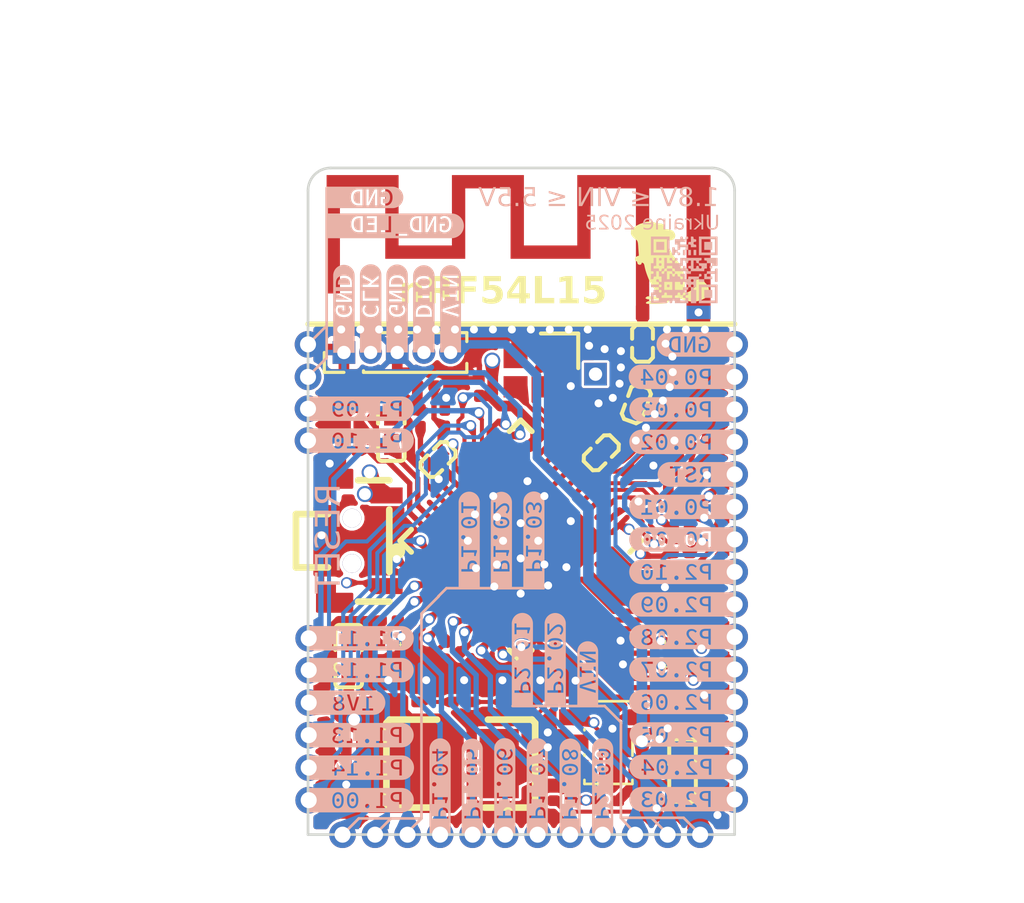
<source format=kicad_pcb>
(kicad_pcb (version 20241229) (generator "pcbnew") (generator_version "9.0")
  (layers (0 "F.Cu" signal) (4 "In1.Cu" signal) (6 "In2.Cu" signal) (2 "B.Cu" signal) (13 "F.Paste" user) (15 "B.Paste" user) (5 "F.SilkS" user "F.Silkscreen") (7 "B.SilkS" user "B.Silkscreen") (1 "F.Mask" user) (3 "B.Mask" user) (25 "Edge.Cuts" user))
  (net 0 "")
  (net 2 "Net-(AE1-A)")
  (net 3 "Net-(U1-DECA)")
  (net 4 "GND")
  (net 5 "Net-(U1-DECRF)")
  (net 6 "Net-(C3-Pad2)")
  (net 7 "Net-(C6-Pad1)")
  (net 8 "Net-(C8-Pad1)")
  (net 9 "Net-(C9-Pad1)")
  (net 10 "Net-(C10-Pad1)")
  (net 11 "+1V8")
  (net 12 "Net-(U1-DECD)")
  (net 13 "Net-(U1-nRESET)")
  (net 14 "Net-(C16-Pad2)")
  (net 15 "Net-(U1-ANT)")
  (net 16 "nRESET")
  (net 17 "Net-(U1-XC2)")
  (net 18 "SWDCLK")
  (net 19 "P1.02")
  (net 20 "P1.14")
  (net 21 "P1.11")
  (net 22 "P1.05")
  (net 23 "P2.03")
  (net 24 "P1.07")
  (net 25 "P0.03")
  (net 26 "P1.10")
  (net 27 "P1.00")
  (net 28 "P1.09")
  (net 29 "P2.06")
  (net 30 "P2.02")
  (net 31 "Net-(U1-XC1)")
  (net 32 "P2.01")
  (net 33 "P0.04")
  (net 34 "P1.13")
  (net 35 "P0.01")
  (net 36 "P2.00")
  (net 37 "P1.04")
  (net 38 "P1.12")
  (net 39 "P2.09")
  (net 40 "SWDIO")
  (net 41 "P1.01")
  (net 42 "P1.08")
  (net 43 "P0.00")
  (net 44 "P2.05")
  (net 45 "P2.04")
  (net 46 "P1.06")
  (net 47 "P2.08")
  (net 48 "P0.02")
  (net 49 "P1.03")
  (net 50 "P2.07")
  (net 51 "P2.10")
  (net 52 "Net-(U2-A)")
  (net 53 "VIN")
  (net 54 "Net-(U3-SW)")
  (net 55 "Net-(R3-Pad2)")
  (net 56 "SW_FB")
  (net 57 "SW_EN")
  (net 58 "Net-(U4-A)")
  (net 59 "Net-(U5-A)")
  (net 60 "GND_LED")
  (net 61 "Net-(R10-Pad1)")
  (footprint "" (layer "F.Cu") (at 25.0952 42.5704)
    (property "Reference" "")
    (property "Value" "")
  )
  (footprint "" (layer "F.Cu") (at 41.0718 32.7914)
    (property "Reference" "")
    (property "Value" "")
  )
  (footprint "Capacitor_SMD:C_0201_0603Metric" (layer "F.Cu") (at 30.2006 30.6832 -90)
    (property "Reference" "C1" (hide yes))
    (property "Value" "2.2uF")
  )
  (footprint "" (layer "F.Cu") (at 34.8996 46.3042 90)
    (property "Reference" "")
    (property "Value" "")
  )
  (footprint "Capacitor_SMD:C_0201_0603Metric" (layer "F.Cu") (at 26.8224 43.8912 180)
    (property "Reference" "C20" (hide yes))
    (property "Value" "10nF")
  )
  (footprint "easyeda2kicad:L0201" (layer "F.Cu") (at 37.3841 30.144573 -110)
    (property "Reference" "L2" (hide yes))
    (property "Value" "LQP03TN3N5B02D")
  )
  (footprint "" (layer "F.Cu") (at 25.0952 40.132)
    (property "Reference" "")
    (property "Value" "")
  )
  (footprint "" (layer "F.Cu") (at 32.4612 46.3042 90)
    (property "Reference" "")
    (property "Value" "")
  )
  (footprint "Resistor_SMD:R_0201_0603Metric" (layer "F.Cu") (at 30.8102 41.3258)
    (property "Reference" "R4" (hide yes))
    (property "Value" "RC0402FR-07160KL")
  )
  (footprint "Capacitor_SMD:C_0201_0603Metric" (layer "F.Cu") (at 37.6428 37.1094)
    (property "Reference" "C9" (hide yes))
    (property "Value" "100nF")
  )
  (footprint "" (layer "F.Cu") (at 28.8036 46.3042 90)
    (property "Reference" "")
    (property "Value" "")
  )
  (footprint "" (layer "F.Cu") (at 25.0952 43.7896)
    (property "Reference" "")
    (property "Value" "")
  )
  (footprint "" (layer "F.Cu") (at 25.0952 41.3512)
    (property "Reference" "")
    (property "Value" "")
  )
  (footprint "" (layer "F.Cu") (at 41.0718 35.2298)
    (property "Reference" "")
    (property "Value" "")
  )
  (footprint "Connector_PinHeader_1.00mm:PinHeader_1x05_P1.00mm_Vertical" (layer "F.Cu") (at 26.416 28.2194 90)
    (property "Reference" "REF**" (hide yes))
    (property "Value" "PinHeader_1x05_P1.00mm_Vertical")
  )
  (footprint "Capacitor_SMD:C_0201_0603Metric" (layer "F.Cu") (at 26.9748 30.5816 -90)
    (property "Reference" "C3" (hide yes))
    (property "Value" "100nF")
  )
  (footprint "RF_Antenna:Texas_SWRA117D_2.4GHz_Left" (layer "F.Cu") (at 37.616693 26.7156)
    (property "Reference" "AE1" (hide yes))
    (property "Value" "Antenna")
  )
  (footprint "easyeda2kicad:LED-SMD_L0.65-W0.35-P0.41_XL-0201SURC" (layer "F.Cu") (at 39.043 40.005 180)
    (property "Reference" "U4" (hide yes))
    (property "Value" "XL-0201SURC")
  )
  (footprint "" (layer "F.Cu") (at 31.242 46.3042 90)
    (property "Reference" "")
    (property "Value" "")
  )
  (footprint "" (layer "F.Cu") (at 25.0698 31.5214)
    (property "Reference" "")
    (property "Value" "")
  )
  (footprint "chinchilla:chinchilla" (layer "F.Cu") (at 38.5826 24.8539)
    (property "Reference" "G***" (hide yes))
    (property "Value" "LOGO" (hide yes))
  )
  (footprint "" (layer "F.Cu") (at 39.7764 46.3042 90)
    (property "Reference" "")
    (property "Value" "")
  )
  (footprint "Capacitor_SMD:C_0201_0603Metric" (layer "F.Cu") (at 39.4462 33.0352 -90)
    (property "Reference" "C15" (hide yes))
    (property "Value" "2pF")
  )
  (footprint "easyeda2kicad:SW-SMD_TS24CA" (layer "F.Cu") (at 27.0383 35.2806 90)
    (property "Reference" "SW1" (hide yes))
    (property "Value" "TS24CA")
  )
  (footprint "easyeda2kicad:L0201" (layer "F.Cu") (at 36.068 31.9786 -135)
    (property "Reference" "L1" (hide yes))
    (property "Value" "MLG0603P2N7CT000")
  )
  (footprint "Capacitor_SMD:C_0201_0603Metric" (layer "F.Cu") (at 36.6014 30.9118 135)
    (property "Reference" "C6" (hide yes))
    (property "Value" "1.5pF")
  )
  (footprint "" (layer "F.Cu") (at 38.5572 46.3042 90)
    (property "Reference" "")
    (property "Value" "")
  )
  (footprint "Resistor_SMD:R_0201_0603Metric" (layer "F.Cu") (at 28.1178 38.2778 180)
    (property "Reference" "R2" (hide yes))
    (property "Value" "1kΩ")
  )
  (footprint "Capacitor_SMD:C_0201_0603Metric" (layer "F.Cu") (at 29.2862 30.6934 -90)
    (property "Reference" "C12" (hide yes))
    (property "Value" "2.2uF")
  )
  (footprint "" (layer "F.Cu") (at 41.0718 37.6682)
    (property "Reference" "")
    (property "Value" "")
  )
  (footprint "easyeda2kicad:LED-SMD_L0.65-W0.35-P0.41_XL-0201SURC" (layer "F.Cu") (at 27.9654 39.1922)
    (property "Reference" "U2" (hide yes))
    (property "Value" "XL-0201SURC")
  )
  (footprint "" (layer "F.Cu") (at 25.0952 45.0088)
    (property "Reference" "")
    (property "Value" "")
  )
  (footprint "Resistor_SMD:R_0201_0603Metric" (layer "F.Cu") (at 38.5826 33.0302 -90)
    (property "Reference" "R1" (hide yes))
    (property "Value" "1kΩ")
  )
  (footprint "" (layer "F.Cu") (at 41.0718 38.8874)
    (property "Reference" "")
    (property "Value" "")
  )
  (footprint "" (layer "F.Cu") (at 41.0718 36.449)
    (property "Reference" "")
    (property "Value" "")
  )
  (footprint "Resistor_SMD:R_0201_0603Metric" (layer "F.Cu") (at 32.7554 41.3258)
    (property "Reference" "R5" (hide yes))
    (property "Value" "RC0402FR-07160KL")
  )
  (footprint "Capacitor_SMD:C_0201_0603Metric" (layer "F.Cu") (at 39.4462 31.4812 90)
    (property "Reference" "C13" (hide yes))
    (property "Value" "1.5pF")
  )
  (footprint "castellanus:Castellanus" (layer "F.Cu") (at 41.0718 27.9146)
    (property "Reference" "REF**" (hide yes))
    (property "Value" "Castellanus")
  )
  (footprint "Capacitor_SMD:C_0201_0603Metric" (layer "F.Cu") (at 35.0266 30.4292 45)
    (property "Reference" "C2" (hide yes))
    (property "Value" "2.2nF")
  )
  (footprint "" (layer "F.Cu") (at 41.0718 30.353)
    (property "Reference" "")
    (property "Value" "")
  )
  (footprint "" (layer "F.Cu") (at 41.0718 40.1066)
    (property "Reference" "")
    (property "Value" "")
  )
  (footprint "Resistor_SMD:R_0201_0603Metric" (layer "F.Cu") (at 37.9487 45.0637)
    (property "Reference" "R10" (hide yes))
    (property "Value" "RC0402FR-07160KL")
  )
  (footprint "" (layer "F.Cu") (at 35.8521 29.0322)
    (property "Reference" "")
    (property "Value" "")
  )
  (footprint "Resistor_SMD:R_0201_0603Metric" (layer "F.Cu") (at 34.6086 45.0282 180)
    (property "Reference" "R9" (hide yes))
    (property "Value" "RC0402FR-07160KL")
  )
  (footprint "" (layer "F.Cu") (at 30.0228 46.3042 90)
    (property "Reference" "")
    (property "Value" "")
  )
  (footprint "" (layer "F.Cu") (at 41.0718 41.3258)
    (property "Reference" "")
    (property "Value" "")
  )
  (footprint "easyeda2kicad:SOT-23-5_L3.0-W1.7-P0.95-LS2.8-BR" (layer "F.Cu") (at 36.3368 42.8498 180)
    (property "Reference" "U3" (hide yes))
    (property "Value" "TLV62569DBVR")
  )
  (footprint "Capacitor_SMD:C_0201_0603Metric" (layer "F.Cu") (at 31.496 29.525 90)
    (property "Reference" "C11" (hide yes))
    (property "Value" "100nF")
  )
  (footprint "" (layer "F.Cu") (at 41.0718 29.1338)
    (property "Reference" "")
    (property "Value" "")
  )
  (footprint "Capacitor_SMD:C_0201_0603Metric" (layer "F.Cu") (at 26.8224 44.8766)
    (property "Reference" "C21" (hide yes))
    (property "Value" "2.2nF")
  )
  (footprint "easyeda2kicad:L0201" (layer "F.Cu") (at 37.615532 27.874227 -90)
    (property "Reference" "L3" (hide yes))
    (property "Value" "LQP03TN3N5B02D")
  )
  (footprint "" (layer "F.Cu") (at 36.1188 46.3042 90)
    (property "Reference" "")
    (property "Value" "")
  )
  (footprint "easyeda2kicad:CRYSTAL-SMD_4P-L2.0-W1.6-BL" (layer "F.Cu") (at 33.5534 28.956 180)
    (property "Reference" "X1" (hide yes))
    (property "Value" "XL7EL89CKI-111YLC-32M")
  )
  (footprint "Capacitor_SMD:C_0201_0603Metric" (layer "F.Cu") (at 36.5252 27.5082 180)
    (property "Reference" "C7" (hide yes))
    (property "Value" "0.3pF")
  )
  (footprint "Capacitor_SMD:C_0201_0603Metric" (layer "F.Cu") (at 26.6192 31.9024 180)
    (property "Reference" "C10" (hide yes))
    (property "Value" "100nF")
  )
  (footprint "Capacitor_SMD:C_0201_0603Metric" (layer "F.Cu") (at 37.9476 28.956)
    (property "Reference" "C8" (hide yes))
    (property "Value" "2pF")
  )
  (footprint "Resistor_SMD:R_0201_0603Metric" (layer "F.Cu") (at 39.0702 34.8488)
    (property "Reference" "R7" (hide yes))
    (property "Value" "1kΩ")
  )
  (footprint "" (layer "F.Cu") (at 41.0718 43.7642)
    (property "Reference" "")
    (property "Value" "")
  )
  (footprint "Capacitor_SMD:C_0201_0603Metric" (layer "F.Cu") (at 29.4894 29.464)
    (property "Reference" "C5" (hide yes))
    (property "Value" "10nF")
  )
  (footprint "castellanus:Castellanus" (layer "F.Cu") (at 25.0698 27.94)
    (property "Reference" "REF**" (hide yes))
    (property "Value" "Castellanus")
  )
  (footprint "easyeda2kicad:L0201" (layer "F.Cu") (at 29.9466 32.2326 -135)
    (property "Reference" "FB1" (hide yes))
    (property "Value" "BLM03PX121SN1D")
  )
  (footprint "easyeda2kicad:C0402" (layer "F.Cu") (at 26.5938 39.6074 90)
    (property "Reference" "C18" (hide yes))
    (property "Value" "10uF")
  )
  (footprint "Resistor_SMD:R_0201_0603Metric" (layer "F.Cu") (at 39.0652 35.7378)
    (property "Reference" "R8" (hide yes))
    (property "Value" "1kΩ")
  )
  (footprint "" (layer "F.Cu") (at 41.0718 42.545)
    (property "Reference" "")
    (property "Value" "")
  )
  (footprint "Resistor_SMD:R_0201_0603Metric" (layer "F.Cu") (at 28.8544 41.3258)
    (property "Reference" "R3" (hide yes))
    (property "Value" "RC0402FR-07160KL")
  )
  (footprint "easyeda2kicad:QFN-48_L6.0-W6.0-P0.40-TL-EP4.6" (layer "F.Cu") (at 33.0454 35.2806 45)
    (property "Reference" "U1" (hide yes))
    (property "Value" "NRF54L15-QFAA-R")
  )
  (footprint "" (layer "F.Cu") (at 26.3652 46.3042 90)
    (property "Reference" "")
    (property "Value" "")
  )
  (footprint "" (layer "F.Cu") (at 25.0952 38.9382)
    (property "Reference" "")
    (property "Value" "")
  )
  (footprint "" (layer "F.Cu") (at 25.0698 30.3276)
    (property "Reference" "")
    (property "Value" "")
  )
  (footprint "" (layer "F.Cu") (at 25.0698 29.1338)
    (property "Reference" "")
    (property "Value" "")
  )
  (footprint "Capacitor_SMD:C_0201_0603Metric" (layer "F.Cu") (at 30.5054 39.2684 -45)
    (property "Reference" "C16" (hide yes))
    (property "Value" "100nF")
  )
  (footprint "easyeda2kicad:C0402" (layer "F.Cu") (at 28.194 31.115 -90)
    (property "Reference" "C4" (hide yes))
    (property "Value" "10uF")
  )
  (footprint "Resistor_SMD:R_0201_0603Metric" (layer "F.Cu") (at 36.3728 45.0342)
    (property "Reference" "R6" (hide yes))
    (property "Value" "RC0402FR-07160KL")
  )
  (footprint "easyeda2kicad:C0402" (layer "F.Cu") (at 39.116 43.9 -90)
    (property "Reference" "C17" (hide yes))
    (property "Value" "10uF")
  )
  (footprint "Capacitor_SMD:C_0201_0603Metric" (layer "F.Cu") (at 37.3736 32.6898)
    (property "Reference" "C14" (hide yes))
    (property "Value" "0.3pF")
  )
  (footprint "" (layer "F.Cu") (at 41.0718 34.0106)
    (property "Reference" "")
    (property "Value" "")
  )
  (footprint "" (layer "F.Cu") (at 37.338 46.3042 90)
    (property "Reference" "")
    (property "Value" "")
  )
  (footprint "" (layer "F.Cu") (at 33.6804 46.3042 90)
    (property "Reference" "")
    (property "Value" "")
  )
  (footprint "Capacitor_SMD:C_0201_0603Metric" (layer "F.Cu") (at 26.8224 42.8752)
    (property "Reference" "C19" (hide yes))
    (property "Value" "100nF")
  )
  (footprint "easyeda2kicad:LED-SMD_L0.65-W0.35-P0.41_XL-0201SURC" (layer "F.Cu") (at 39.043 39.116 180)
    (property "Reference" "U5" (hide yes))
    (property "Value" "XL-0201SURC")
  )
  (footprint "" (layer "F.Cu") (at 27.5844 46.3042 90)
    (property "Reference" "")
    (property "Value" "")
  )
  (footprint "" (layer "F.Cu") (at 41.0718 44.9834)
    (property "Reference" "")
    (property "Value" "")
  )
  (footprint "easyeda2kicad:IND-SMD_L3.2-W2.5-LQH32CN1R0M53L" (layer "F.Cu") (at 30.7996 43.6372)
    (property "Reference" "L4" (hide yes))
    (property "Value" "2.2uH")
  )
  (footprint "" (layer "F.Cu") (at 41.0718 31.5722)
    (property "Reference" "")
    (property "Value" "")
  )
  (footprint "kibuzzard-6844ABB6" (layer "B.Cu") (at 27.4193 26.5684 -90)
    (property "Reference" "kibuzzard-6844ABB6" (hide yes))
    (property "Value" "G***" (hide yes))
  )
  (footprint "kibuzzard-684495B0" (layer "B.Cu") (at 39.1033 41.3258)
    (property "Reference" "kibuzzard-684495B0" (hide yes))
    (property "Value" "G***" (hide yes))
  )
  (footprint "kibuzzard-68449057" (layer "B.Cu") (at 30.4165 26.5811 -90)
    (property "Reference" "kibuzzard-68449057" (hide yes))
    (property "Value" "G***" (hide yes))
  )
  (footprint "kibuzzard-68449303" (layer "B.Cu") (at 30.0228 44.5008 -90)
    (property "Reference" "kibuzzard-68449303" (hide yes))
    (property "Value" "G***" (hide yes))
  )
  (footprint "kibuzzard-68448E4C" (layer "B.Cu") (at 39.1033 38.8874)
    (property "Reference" "kibuzzard-68448E4C" (hide yes))
    (property "Value" "G***" (hide yes))
  )
  (footprint "kibuzzard-68448DC1" (layer "B.Cu") (at 39.6367 32.7914)
    (property "Reference" "kibuzzard-68448DC1" (hide yes))
    (property "Value" "G***" (hide yes))
  )
  (footprint "kibuzzard-68448C78" (layer "B.Cu") (at 27.051 45.0088 180)
    (property "Reference" "kibuzzard-68448C78" (hide yes))
    (property "Value" "G***" (hide yes))
  )
  (footprint "kibuzzard-68449253" (layer "B.Cu") (at 35.56 40.2463 -90)
    (property "Reference" "kibuzzard-68449253" (hide yes))
    (property "Value" "G***" (hide yes))
  )
  (footprint "kibuzzard-6844930A" (layer "B.Cu") (at 32.4485 44.4881 -90)
    (property "Reference" "kibuzzard-6844930A" (hide yes))
    (property "Value" "G***" (hide yes))
  )
  (footprint "kibuzzard-68448D45" (layer "B.Cu") (at 39.6113 27.9146)
    (property "Reference" "kibuzzard-68448D45" (hide yes))
    (property "Value" "G***" (hide yes))
  )
  (footprint "kibuzzard-68448D82" (layer "B.Cu") (at 39.0906 29.1338)
    (property "Reference" "kibuzzard-68448D82" (hide yes))
    (property "Value" "G***" (hide yes))
  )
  (footprint "kibuzzard-68448E11" (layer "B.Cu") (at 39.1033 36.449)
    (property "Reference" "kibuzzard-68448E11" (hide yes))
    (property "Value" "G***" (hide yes))
  )
  (footprint "kibuzzard-68449307" (layer "B.Cu") (at 31.2293 44.5008 -90)
    (property "Reference" "kibuzzard-68449307" (hide yes))
    (property "Value" "G***" (hide yes))
  )
  (footprint "kibuzzard-68448DE0" (layer "B.Cu") (at 39.1033 34.0106)
    (property "Reference" "kibuzzard-68448DE0" (hide yes))
    (property "Value" "G***" (hide yes))
  )
  (footprint "kibuzzard-68449360" (layer "B.Cu") (at 32.3215 35.2425 -90)
    (property "Reference" "kibuzzard-68449360" (hide yes))
    (property "Value" "G***" (hide yes))
  )
  (footprint "kibuzzard-684495B4" (layer "B.Cu") (at 39.116 42.545)
    (property "Reference" "kibuzzard-684495B4" (hide yes))
    (property "Value" "G***" (hide yes))
  )
  (footprint "kibuzzard-68448E3B" (layer "B.Cu") (at 39.1033 37.6682)
    (property "Reference" "kibuzzard-68448E3B" (hide yes))
    (property "Value" "G***" (hide yes))
  )
  (footprint "kibuzzard-6844924F" (layer "B.Cu") (at 33.1089 39.7129 -90)
    (property "Reference" "kibuzzard-6844924F" (hide yes))
    (property "Value" "G***" (hide yes))
  )
  (footprint "kibuzzard-68448DE9" (layer "B.Cu") (at 39.1033 35.2298)
    (property "Reference" "kibuzzard-68448DE9" (hide yes))
    (property "Value" "G***" (hide yes))
  )
  (footprint "kibuzzard-6844931D" (layer "B.Cu") (at 36.1188 44.4881 -90)
    (property "Reference" "kibuzzard-6844931D" (hide yes))
    (property "Value" "G***" (hide yes))
  )
  (footprint "kibuzzard-68449359" (layer "B.Cu") (at 31.115 35.2425 -90)
    (property "Reference" "kibuzzard-68449359" (hide yes))
    (property "Value" "G***" (hide yes))
  )
  (footprint "kibuzzard-684495BB" (layer "B.Cu") (at 39.1033 44.9707)
    (property "Reference" "kibuzzard-684495BB" (hide yes))
    (property "Value" "G***" (hide yes))
  )
  (footprint "kibuzzard-68449351" (layer "B.Cu") (at 33.5407 35.2298 -90)
    (property "Reference" "kibuzzard-68449351" (hide yes))
    (property "Value" "G***" (hide yes))
  )
  (footprint "kibuzzard-68448E55" (layer "B.Cu") (at 39.1033 40.1066)
    (property "Reference" "kibuzzard-68448E55" (hide yes))
    (property "Value" "G***" (hide yes))
  )
  (footprint "kibuzzard-68448C64" (layer "B.Cu") (at 27.051 42.5704 180)
    (property "Reference" "kibuzzard-68448C64" (hide yes))
    (property "Value" "G***" (hide yes))
  )
  (footprint "kibuzzard-684495B8" (layer "B.Cu") (at 39.116 43.7642)
    (property "Reference" "kibuzzard-684495B8" (hide yes))
    (property "Value" "G***" (hide yes))
  )
  (footprint "kibuzzard-68448D96" (layer "B.Cu") (at 39.1033 30.353)
    (property "Reference" "kibuzzard-68448D96" (hide yes))
    (property "Value" "G***" (hide yes))
  )
  (footprint "kibuzzard-68448B88" (layer "B.Cu") (at 27.051 30.3276 180)
    (property "Reference" "kibuzzard-68448B88" (hide yes))
    (property "Value" "G***" (hide yes))
  )
  (footprint "kibuzzard-68449249" (layer "B.Cu") (at 34.3408 39.7129 -90)
    (property "Reference" "kibuzzard-68449249" (hide yes))
    (property "Value" "G***" (hide yes))
  )
  (footprint "chinchilla:qr" (layer "B.Cu") (at 39.1795 25.1206 180)
    (property "Reference" "G***" (hide yes))
    (property "Value" "LOGO" (hide yes))
  )
  (footprint "kibuzzard-6844930F" (layer "B.Cu") (at 33.6677 44.4881 -90)
    (property "Reference" "kibuzzard-6844930F" (hide yes))
    (property "Value" "G***" (hide yes))
  )
  (footprint "kibuzzard-68448FBA" (layer "B.Cu") (at 28.4099 26.5684 -90)
    (property "Reference" "kibuzzard-68448FBA" (hide yes))
    (property "Value" "G***" (hide yes))
  )
  (footprint "kibuzzard-68448FBA" (layer "B.Cu") (at 26.416 26.5811 -90)
    (property "Reference" "kibuzzard-68448FBA" (hide yes))
    (property "Value" "G***" (hide yes))
  )
  (footprint "kibuzzard-68448C4F" (layer "B.Cu") (at 27.051 38.9382 180)
    (property "Reference" "kibuzzard-68448C4F" (hide yes))
    (property "Value" "G***" (hide yes))
  )
  (footprint "kibuzzard-68448C5C" (layer "B.Cu") (at 26.5303 41.3512 180)
    (property "Reference" "kibuzzard-68448C5C" (hide yes))
    (property "Value" "G***" (hide yes))
  )
  (footprint "kibuzzard-68449316" (layer "B.Cu") (at 34.8996 44.5008 -90)
    (property "Reference" "kibuzzard-68449316" (hide yes))
    (property "Value" "G***" (hide yes))
  )
  (footprint "kibuzzard-68449008" (layer "B.Cu") (at 28.3464 23.4696 180)
    (property "Reference" "kibuzzard-68449008" (hide yes))
    (property "Value" "G***" (hide yes))
  )
  (footprint "kibuzzard-68448DA6" (layer "B.Cu") (at 39.1033 31.5722)
    (property "Reference" "kibuzzard-68448DA6" (hide yes))
    (property "Value" "G***" (hide yes))
  )
  (footprint "kibuzzard-68448BA2" (layer "B.Cu") (at 27.051 31.5214 180)
    (property "Reference" "kibuzzard-68448BA2" (hide yes))
    (property "Value" "G***" (hide yes))
  )
  (footprint "kibuzzard-68448C52" (layer "B.Cu") (at 27.051 40.132 180)
    (property "Reference" "kibuzzard-68448C52" (hide yes))
    (property "Value" "G***" (hide yes))
  )
  (footprint "kibuzzard-68449000" (layer "B.Cu") (at 27.2034 22.4028 180)
    (property "Reference" "kibuzzard-68449000" (hide yes))
    (property "Value" "G***" (hide yes))
  )
  (footprint "kibuzzard-6844ABB3" (layer "B.Cu") (at 29.4132 26.5811 -90)
    (property "Reference" "kibuzzard-6844ABB3" (hide yes))
    (property "Value" "G***" (hide yes))
  )
  (footprint "kibuzzard-68448C67" (layer "B.Cu") (at 27.051 43.7896 180)
    (property "Reference" "kibuzzard-68448C67" (hide yes))
    (property "Value" "G***" (hide yes))
  )
  (gr_poly (pts (xy 26.9748 45.0342) (xy 27.3304 45.3898) (xy 30.5054 45.3898) (xy 30.8102 45.085) (xy 30.8102 42.4434) (xy 30.226 41.8592) (xy 28.9306 41.8592) (xy 28.7274 41.656) (xy 28.7274 41.1734) (xy 28.6512 41.0972) (xy 27.5336 41.0972) (xy 26.9748 41.656)) (stroke (width 0.2)) (fill yes) (layer "F.Cu") (net 11))
  (gr_rect (start 39.37 26.4414) (end 40.0558 27.4574) (stroke (width 0.2)) (fill yes) (layer "F.Cu") (net 4))
  (gr_curve (pts (xy 37.465 29.8958) (xy 37.592 29.2862) (xy 37.6428 28.6893) (xy 37.6174 28.1432)) (stroke (width 0.19)) (layers "F.Cu" "F.Mask") (net 8))
  (gr_curve (pts (xy 36.2712 31.8008) (xy 36.7538 31.2928) (xy 37.1094 30.9118) (xy 37.3126 30.3784)) (stroke (width 0.19)) (layers "F.Cu" "F.Mask") (net 7))
  (gr_line (start 41.0718 27.1526) (end 25.0698 27.1526) (stroke (width 0.2)) (layer "F.SilkS"))
  (gr_line (start 27.5844 46.2915) (end 28.1813 45.6946) (stroke (width 0.1)) (layer "B.SilkS"))
  (gr_line (start 36.8046 45.6692) (end 36.8046 45.1866) (stroke (width 0.1)) (layer "B.SilkS"))
  (gr_line (start 25.0698 29.1211) (end 25.7683 28.4226) (stroke (width 0.1)) (layer "B.SilkS"))
  (gr_line (start 38.5699 46.2915) (end 37.9603 45.6819) (stroke (width 0.1)) (layer "B.SilkS"))
  (gr_line (start 30.2641 37.0586) (end 33.909 37.0586) (stroke (width 0.1)) (layer "B.SilkS"))
  (gr_line (start 29.972 37.3634) (end 29.3243 38.0111) (stroke (width 0.1)) (layer "B.SilkS"))
  (gr_line (start 29.9593 37.3634) (end 30.2641 37.0586) (stroke (width 0.1)) (layer "B.SilkS"))
  (gr_line (start 29.3243 45.6946) (end 28.7274 46.2915) (stroke (width 0.1)) (layer "B.SilkS"))
  (gr_line (start 39.7891 46.3042) (end 39.1541 45.6692) (stroke (width 0.1)) (layer "B.SilkS"))
  (gr_line (start 37.4904 45.6692) (end 36.8046 45.6692) (stroke (width 0.1)) (layer "B.SilkS"))
  (gr_line (start 36.195 41.4782) (end 35.9156 41.4782) (stroke (width 0.1)) (layer "B.SilkS"))
  (gr_line (start 37.3761 46.3042) (end 36.8046 45.6692) (stroke (width 0.1)) (layer "B.SilkS"))
  (gr_line (start 39.1541 45.6692) (end 37.4904 45.6692) (stroke (width 0.1)) (layer "B.SilkS"))
  (gr_line (start 26.3652 46.3042) (end 26.9748 45.6946) (stroke (width 0.1)) (layer "B.SilkS"))
  (gr_line (start 36.8046 45.1866) (end 36.8046 42.0878) (stroke (width 0.1)) (layer "B.SilkS"))
  (gr_line (start 36.8046 42.0878) (end 36.195 41.4782) (stroke (width 0.1)) (layer "B.SilkS"))
  (gr_line (start 29.3243 45.6946) (end 29.3243 38.0238) (stroke (width 0.1)) (layer "B.SilkS"))
  (gr_line (start 32.7406 41.4782) (end 35.9283 41.4782) (stroke (width 0.1)) (layer "B.SilkS"))
  (gr_line (start 26.9748 45.6946) (end 29.2989 45.6946) (stroke (width 0.1)) (layer "B.SilkS"))
  (gr_line (start 25.7683 28.4226) (end 25.7683 22.0472) (stroke (width 0.1)) (layer "B.SilkS"))
  (gr_line (start 25.0698 27.9146) (end 25.7429 27.2415) (stroke (width 0.1)) (layer "B.SilkS"))
  (gr_line (start 25.919798 21.298801) (end 40.2198 21.298801) (stroke (width 0.1)) (layer "Edge.Cuts"))
  (gr_line (start 25.0698 46.298801) (end 41.0698 46.298801) (stroke (width 0.1)) (layer "Edge.Cuts"))
  (gr_arc (start 25.0698 22.1488) (mid 25.318759 21.54776) (end 25.919798 21.298801) (stroke (width 0.1)) (layer "Edge.Cuts"))
  (gr_line (start 25.0698 22.1488) (end 25.0698 46.298801) (stroke (width 0.1)) (layer "Edge.Cuts"))
  (gr_line (start 41.0698 22.148801) (end 41.0698 46.298801) (stroke (width 0.1)) (layer "Edge.Cuts"))
  (gr_arc (start 40.2198 21.298801) (mid 40.820841 21.54776) (end 41.0698 22.148801) (stroke (width 0.1)) (layer "Edge.Cuts"))
  (gr_text "nRF54L15" (at 28.4734 26.543 0) (layer "F.SilkS") (effects (font (size 1 1) (thickness 0.25) (bold yes)) (justify left bottom)))
  (gr_text "Ukraine 2025" (at 40.513 23.6982 0) (layer "B.SilkS") (effects (font (size 0.54 0.54) (thickness 0.135)) (justify left bottom mirror)))
  (gr_text "1.8V ≤ VIN ≤ 5.5V" (at 40.4876 22.8473 0) (layer "B.SilkS") (effects (font (size 0.7 0.7) (thickness 0.175)) (justify left bottom mirror)))
  (gr_text "RESET" (at 26.416 33.1343 90) (layer "B.SilkS") (effects (font (size 0.92 0.92) (thickness 0.175)) (justify left bottom mirror)))
  (segment (start 36.8452 27.5082) (end 37.519506 27.5082) (width 0.4) (layer "F.Cu") (net 2))
  (segment (start 37.519506 27.5082) (end 37.615532 27.604226) (width 0.4) (layer "F.Cu") (net 2))
  (segment (start 37.615532 27.604226) (end 37.615532 26.716761) (width 0.19) (layer "F.Cu") (net 2))
  (segment (start 37.615532 26.716761) (end 37.616693 26.7156) (width 0.4) (layer "F.Cu") (net 2))
  (segment (start 30.754374 33.272417) (end 30.423 32.941043) (width 0.2) (layer "F.Cu") (net 3))
  (segment (start 30.2514 32.610789) (end 30.2514 32.155562) (width 0.2) (layer "F.Cu") (net 3))
  (segment (start 30.2006 31.0032) (end 30.1142 31.0032) (width 0.2) (layer "F.Cu") (net 3))
  (segment (start 30.024382 31.928544) (end 30.024382 31.179418) (width 0.2) (layer "F.Cu") (net 3))
  (segment (start 30.423 32.941043) (end 30.423 32.782389) (width 0.2) (layer "F.Cu") (net 3))
  (segment (start 30.137519 32.041681) (end 30.024382 31.928544) (width 0.2) (layer "F.Cu") (net 3))
  (segment (start 29.7942 30.6832) (end 29.7942 29.4792) (width 0.2) (layer "F.Cu") (net 3))
  (segment (start 29.7942 29.4792) (end 29.8094 29.464) (width 0.2) (layer "F.Cu") (net 3))
  (segment (start 30.024382 31.179418) (end 30.2006 31.0032) (width 0.2) (layer "F.Cu") (net 3))
  (segment (start 30.2514 32.155562) (end 30.137519 32.041681) (width 0.2) (layer "F.Cu") (net 3))
  (segment (start 30.1142 31.0032) (end 29.7942 30.6832) (width 0.2) (layer "F.Cu") (net 3))
  (segment (start 30.423 32.782389) (end 30.2514 32.610789) (width 0.2) (layer "F.Cu") (net 3))
  (segment (start 29.972 33.0454) (end 29.972 32.9692) (width 0.2) (layer "F.Cu") (net 4))
  (segment (start 26.5024 44.4246) (end 26.5024 42.8752) (width 0.4) (layer "F.Cu") (net 4))
  (segment (start 27.4422 30.2616) (end 27.7456 30.565) (width 0.4) (layer "F.Cu") (net 4))
  (segment (start 39.492 33.3552) (end 39.4462 33.3552) (width 0.2) (layer "F.Cu") (net 4))
  (segment (start 26.9748 30.2616) (end 27.4422 30.2616) (width 0.4) (layer "F.Cu") (net 4))
  (segment (start 40.0304 32.8168) (end 39.492 33.3552) (width 0.2) (layer "F.Cu") (net 4))
  (segment (start 35.252874 30.185574) (end 35.0139 29.9466) (width 0.2) (layer "F.Cu") (net 4))
  (segment (start 26.2992 32.9297) (end 26.0683 33.1606) (width 0.4) (layer "F.Cu") (net 4))
  (segment (start 29.2862 30.3734) (end 29.083 30.3734) (width 0.4) (layer "F.Cu") (net 4))
  (segment (start 35.252874 30.202926) (end 35.252874 30.185574) (width 0.2) (layer "F.Cu") (net 4))
  (segment (start 32.7914 27.432) (end 32.7152 27.3558) (width 0.2) (layer "F.Cu") (net 4))
  (segment (start 28.416 30.343) (end 28.194 30.565) (width 0.4) (layer "F.Cu") (net 4))
  (segment (start 26.289 28.0924) (end 25.2476 28.0924) (width 0.4) (layer "F.Cu") (net 4))
  (segment (start 30.2514 29.9212) (end 30.2006 29.972) (width 0.2) (layer "F.Cu") (net 4))
  (segment (start 34.0614 43.0276) (end 34.859 43.0276) (width 0.4) (layer "F.Cu") (net 4))
  (segment (start 25.8826 32.385) (end 26.0683 32.5707) (width 0.2) (layer "F.Cu") (net 4))
  (segment (start 39.1714 31.1612) (end 39.4462 31.1612) (width 0.2) (layer "F.Cu") (net 4))
  (segment (start 29.083 30.3734) (end 28.3856 30.3734) (width 0.4) (layer "F.Cu") (net 4))
  (segment (start 34.859 43.0276) (end 35.0368 42.8498) (width 0.4) (layer "F.Cu") (net 4))
  (segment (start 26.5024 44.8766) (end 26.5024 44.4246) (width 0.4) (layer "F.Cu") (net 4))
  (segment (start 36.36208 31.115392) (end 36.36208 30.99414) (width 0.2) (layer "F.Cu") (net 4))
  (segment (start 34.770741 32.706731) (end 33.0454 34.432072) (width 0.2) (layer "F.Cu") (net 4))
  (segment (start 26.0683 32.5707) (end 26.0683 33.1606) (width 0.2) (layer "F.Cu") (net 4))
  (segment (start 26.2992 30.7238) (end 26.7614 30.2616) (width 0.4) (layer "F.Cu") (net 4))
  (segment (start 25.5778 35.0774) (end 25.5778 36.9101) (width 0.2) (layer "F.Cu") (net 4))
  (segment (start 36.195 27.5184) (end 36.2052 27.5082) (width 0.4) (layer "F.Cu") (net 4))
  (segment (start 26.416 29.7028) (end 26.9748 30.2616) (width 0.4) (layer "F.Cu") (net 4))
  (segment (start 29.1694 29.464) (end 29.1694 30.287) (width 0.4) (layer "F.Cu") (net 4))
  (segment (start 34.0614 42.4688) (end 34.1376 42.545) (width 0.4) (layer "F.Cu") (net 4))
  (segment (start 37.7952 32.6898) (end 38.0238 32.4612) (width 0.2) (layer "F.Cu") (net 4))
  (segment (start 38.6334 42.3926) (end 38.6334 42.8674) (width 0.4) (layer "F.Cu") (net 4))
  (segment (start 34.4424 42.8498) (end 34.0614 42.4688) (width 0.4) (layer "F.Cu") (net 4))
  (segment (start 38.0644 37.0078) (end 37.9628 37.1094) (width 0.2) (layer "F.Cu") (net 4))
  (segment (start 38.4556 37.0205) (end 38.4429 37.0078) (width 0.2) (layer "F.Cu") (net 4))
  (segment (start 29.1694 30.287) (end 29.083 30.3734) (width 0.4) (layer "F.Cu") (net 4))
  (segment (start 35.0139 29.9466) (end 35.0139 29.5695) (width 0.2) (layer "F.Cu") (net 4))
  (segment (start 36.36208 30.99414) (end 36.375126 30.981094) (width 0.2) (layer "F.Cu") (net 4))
  (segment (start 26.2992 31.9024) (end 26.2992 32.9297) (width 0.4) (layer "F.Cu") (net 4))
  (segment (start 28.416 28.2194) (end 28.416 28.8798) (width 0.4) (layer "F.Cu") (net 4))
  (segment (start 27.7456 30.565) (end 28.194 30.565) (width 0.4) (layer "F.Cu") (net 4))
  (segment (start 38.5572 42.3164) (end 38.6334 42.3926) (width 0.4) (layer "F.Cu") (net 4))
  (segment (start 30.471531 33.544931) (end 29.972 33.0454) (width 0.2) (layer "F.Cu") (net 4))
  (segment (start 38.2524 42.7228) (end 38.2524 42.8879) (width 0.4) (layer "F.Cu") (net 4))
  (segment (start 36.375126 30.981094) (end 36.375126 30.685526) (width 0.2) (layer "F.Cu") (net 4))
  (segment (start 35.0368 42.8498) (end 34.4424 42.8498) (width 0.4) (layer "F.Cu") (net 4))
  (segment (start 31.1708 28.8798) (end 28.416 28.8798) (width 0.2) (layer "F.Cu") (net 4))
  (segment (start 38.8112 31.5214) (end 39.1714 31.1612) (width 0.2) (layer "F.Cu") (net 4))
  (segment (start 34.0614 43.0276) (end 34.0614 42.4688) (width 0.4) (layer "F.Cu") (net 4))
  (segment (start 30.471531 33.555259) (end 30.471531 33.544931) (width 0.2) (layer "F.Cu") (net 4))
  (segment (start 34.1376 42.545) (end 34.732 42.545) (width 0.4) (layer "F.Cu") (net 4))
  (segment (start 32.196872 35.2806) (end 33.0454 35.2806) (width 0.2) (layer "F.Cu") (net 4))
  (segment (start 38.6334 42.8674) (end 39.116 43.35) (width 0.4) (layer "F.Cu") (net 4))
  (segment (start 34.925 29.4806) (end 34.8996 29.506) (width 0.2) (layer "F.Cu") (net 4))
  (segment (start 25.2476 28.0924) (end 25.0698 27.9146) (width 0.4) (layer "F.Cu") (net 4))
  (segment (start 40.8135 27.9146) (end 41.0718 27.9146) (width 0.4) (layer "F.Cu") (net 4))
  (segment (start 26.416 28.2194) (end 26.416 29.7028) (width 0.4) (layer "F.Cu") (net 4))
  (segment (start 26.5938 39.0574) (end 27.6306 39.0574) (width 0.4) (layer "F.Cu") (net 4))
  (segment (start 37.6936 32.6898) (end 37.7952 32.6898) (width 0.2) (layer "F.Cu") (net 4))
  (segment (start 34.1884 29.21) (end 34.1122 29.1338) (width 0.15) (layer "F.Cu") (net 4))
  (segment (start 33.0454 34.432072) (end 33.0454 35.2806) (width 0.2) (layer "F.Cu") (net 4))
  (segment (start 31.496 29.205) (end 31.1708 28.8798) (width 0.2) (layer "F.Cu") (net 4))
  (segment (start 28.3856 30.3734) (end 28.194 30.565) (width 0.4) (layer "F.Cu") (net 4))
  (segment (start 34.770741 32.706731) (end 36.36208 31.115392) (width 0.2) (layer "F.Cu") (net 4))
  (segment (start 30.471531 33.555259) (end 32.196872 35.2806) (width 0.2) (layer "F.Cu") (net 4))
  (segment (start 38.2676 28.956) (end 38.7477 28.956) (width 0.4) (layer "F.Cu") (net 4))
  (segment (start 28.416 28.8798) (end 28.416 30.343) (width 0.4) (layer "F.Cu") (net 4))
  (segment (start 38.4429 37.0078) (end 38.0644 37.0078) (width 0.2) (layer "F.Cu") (net 4))
  (segment (start 26.2992 31.9024) (end 26.2992 30.7238) (width 0.4) (layer "F.Cu") (net 4))
  (segment (start 38.3159 42.9514) (end 38.7174 42.9514) (width 0.4) (layer "F.Cu") (net 4))
  (segment (start 35.0139 29.5695) (end 34.925 29.4806) (width 0.2) (layer "F.Cu") (net 4))
  (segment (start 27.6306 39.0574) (end 27.7654 39.1922) (width 0.4) (layer "F.Cu") (net 4))
  (segment (start 38.2524 42.8879) (end 38.3159 42.9514) (width 0.4) (layer "F.Cu") (net 4))
  (segment (start 32.7914 28.344) (end 32.7914 27.2288) (width 0.2) (layer "F.Cu") (net 4))
  (segment (start 25.0698 27.9146) (end 25.0698 27.7876) (width 0.4) (layer "F.Cu") (net 4))
  (segment (start 26.416 28.2194) (end 26.289 28.0924) (width 0.4) (layer "F.Cu") (net 4))
  (segment (start 26.7614 30.2616) (end 26.9748 30.2616) (width 0.4) (layer "F.Cu") (net 4))
  (segment (start 36.195 28.0924) (end 36.195 27.5184) (width 0.4) (layer "F.Cu") (net 4))
  (segment (start 38.7174 42.9514) (end 39.116 43.35) (width 0.4) (layer "F.Cu") (net 4))
  (segment (start 32.8534 28.406) (end 32.7914 28.344) (width 0.2) (layer "F.Cu") (net 4))
  (segment (start 30.2006 29.972) (end 30.2006 30.3632) (width 0.2) (layer "F.Cu") (net 4))
  (segment (start 34.2534 29.506) (end 34.8996 29.506) (width 0.2) (layer "F.Cu") (net 4))
  (segment (start 34.732 42.545) (end 35.0368 42.8498) (width 0.4) (layer "F.Cu") (net 4))
  (segment (start 34.0614 42.4688) (end 34.0934 42.5008) (width 0.4) (layer "F.Cu") (net 4))
  (segment (start 25.5778 36.9101) (end 26.0683 37.4006) (width 0.2) (layer "F.Cu") (net 4))
  (via (at 40.4241 45.5676) (size 0.42) (drill 0.3) (layers "F.Cu" "B.Cu") (net 4))
  (via (at 32.0167 33.6042) (size 0.42) (drill 0.3) (layers "F.Cu" "B.Cu") (net 4))
  (via (at 32.0548 36.9951) (size 0.42) (drill 0.3) (layers "F.Cu" "B.Cu") (net 4))
  (via (at 36.4998 29.9212) (size 0.42) (drill 0.3) (layers "F.Cu" "B.Cu") (net 4))
  (via (at 27.0256 27.3558) (size 0.42) (drill 0.3) (layers "F.Cu" "B.Cu") (net 4))
  (via (at 32.1564 36.1696) (size 0.42) (drill 0.3) (layers "F.Cu" "B.Cu") (net 4))
  (via (at 29.502478 40.509004) (size 0.42) (drill 0.3) (layers "F.Cu" "B.Cu") (net 4))
  (via (at 39.9288 41.0718) (size 0.42) (drill 0.3) (layers "F.Cu" "B.Cu") (net 4))
  (via (at 36.8808 39.9161) (size 0.42) (drill 0.3) (layers "F.Cu" "B.Cu") (net 4))
  (via (at 33.0454 37.2618) (size 0.42) (drill 0.3) (layers "F.Cu" "B.Cu") (net 4))
  (via (at 29.1592 27.3558) (size 0.42) (drill 0.3) (layers "F.Cu" "B.Cu") (net 4))
  (via (at 36.8046 28.7782) (size 0.42) (drill 0.3) (layers "F.Cu" "B.Cu") (net 4))
  (via (at 35.56 27.3558) (size 0.42) (drill 0.3) (layers "F.Cu" "B.Cu") (net 4))
  (via (at 38.481 27.8892) (size 0.42) (drill 0.3) (layers "F.Cu" "B.Cu") (net 4))
  (via (at 39.9542 27.3558) (size 0.42) (drill 0.3) (layers "F.Cu" "B.Cu") (net 4))
  (via (at 32.1564 34.3916) (size 0.42) (drill 0.3) (layers "F.Cu" "B.Cu") (net 4))
  (via (at 33.7058 35.2806) (size 0.42) (drill 0.3) (layers "F.Cu" "B.Cu") (net 4))
  (via (at 38.0746 30.5308) (size 0.42) (drill 0.3) (layers "F.Cu" "B.Cu") (net 4))
  (via (at 36.7919 39.0271) (size 0.42) (drill 0.3) (layers "F.Cu" "B.Cu") (net 4))
  (via (at 34.1376 27.3558) (size 0.42) (drill 0.3) (layers "F.Cu" "B.Cu") (net 4))
  (via (at 34.0741 36.957) (size 0.42) (drill 0.3) (layers "F.Cu" "B.Cu") (net 4))
  (via (at 34.0614 43.0276) (size 0.42) (drill 0.3) (layers "F.Cu" "B.Cu") (net 4))
  (via (at 32.385 35.2806) (size 0.42) (drill 0.3) (layers "F.Cu" "B.Cu") (net 4))
  (via (at 33.2994 33.0454) (size 0.42) (drill 0.3) (layers "F.Cu" "B.Cu") (net 4))
  (via (at 37.3634 31.5214) (size 0.42) (drill 0.3) (layers "F.Cu" "B.Cu") (net 4))
  (via (at 36.7538 29.3878) (size 0.42) (drill 0.3) (layers "F.Cu" "B.Cu") (net 4))
  (via (at 28.080053 40.509165) (size 0.42) (drill 0.3) (layers "F.Cu" "B.Cu") (net 4))
  (via (at 31.369 36.3093) (size 0.42) (drill 0.3) (layers "F.Cu" "B.Cu") (net 4))
  (via (at 29.8704 27.3558) (size 0.42) (drill 0.3) (layers "F.Cu" "B.Cu") (net 4))
  (via (at 33.9344 36.1696) (size 0.42) (drill 0.3) (layers "F.Cu" "B.Cu") (net 4))
  (via (at 33.4264 27.3558) (size 0.42) (drill 0.3) (layers "F.Cu" "B.Cu") (net 4))
  (via (at 34.7599 36.2712) (size 0.42) (drill 0.3) (layers "F.Cu" "B.Cu") (net 4))
  (via (at 38.8112 31.5214) (size 0.42) (drill 0.3) (layers "F.Cu" "B.Cu") (net 4))
  (via (at 36.8046 28.1686) (size 0.42) (drill 0.3) (layers "F.Cu" "B.Cu") (net 4))
  (via (at 33.9344 33.6042) (size 0.42) (drill 0.3) (layers "F.Cu" "B.Cu") (net 4))
  (via (at 34.0614 42.4688) (size 0.42) (drill 0.3) (layers "F.Cu" "B.Cu") (net 4))
  (via (at 38.6334 29.5148) (size 0.42) (drill 0.3) (layers "F.Cu" "B.Cu") (net 4))
  (via (at 38.735 28.3718) (size 0.42) (drill 0.3) (layers "F.Cu" "B.Cu") (net 4))
  (via (at 34.925 34.544) (size 0.42) (drill 0.3) (layers "F.Cu" "B.Cu") (net 4))
  (via (at 33.0454 34.6202) (size 0.42) (drill 0.3) (layers "F.Cu" "B.Cu") (net 4))
  (via (at 27.7368 27.3558) (size 0.42) (drill 0.3) (layers "F.Cu" "B.Cu") (net 4))
  (via (at 36.4871 42.3291) (size 0.42) (drill 0.3) (layers "F.Cu" "B.Cu") (net 4))
  (via (at 31.0642 35.2806) (size 0.42) (drill 0.3) (layers "F.Cu" "B.Cu") (net 4))
  (via (at 26.5024 44.4246) (size 0.42) (drill 0.3) (layers "F.Cu" "B.Cu") (net 4))
  (via (at 37.7444 31.0388) (size 0.42) (drill 0.3) (layers "F.Cu" "B.Cu") (net 4))
  (via (at 29.972 32.9692) (size 0.42) (drill 0.3) (layers "F.Cu" "B.Cu") (net 4))
  (via (at 28.448 27.3558) (size 0.42) (drill 0.3) (layers "F.Cu" "B.Cu") (net 4))
  (via (at 35.9664 30.1244) (size 0.42) (drill 0.3) (layers "F.Cu" "B.Cu") (net 4))
  (via (at 39.243 27.3558) (size 0.42) (drill 0.3) (layers "F.Cu" "B.Cu") (net 4))
  (via (at 33.782 40.513) (size 0.42) (drill 0.3) (layers "F.Cu" "B.Cu") (net 4))
  (via (at 40.0304 32.8168) (size 0.42) (drill 0.3) (layers "F.Cu" "B.Cu") (net 4))
  (via (at 36.195 28.0924) (size 0.42) (drill 0.3) (layers "F.Cu" "B.Cu") (net 4))
  (via (at 38.5572 42.3164) (size 0.42) (drill 0.3) (layers "F.Cu" "B.Cu") (net 4))
  (via (at 38.2524 42.7228) (size 0.42) (drill 0.3) (layers "F.Cu" "B.Cu") (net 4))
  (via (at 32.3596 40.513) (size 0.42) (drill 0.3) (layers "F.Cu" "B.Cu") (net 4))
  (via (at 32.004 27.3558) (size 0.42) (drill 0.3) (layers "F.Cu" "B.Cu") (net 4))
  (via (at 34.8488 27.3558) (size 0.42) (drill 0.3) (layers "F.Cu" "B.Cu") (net 4))
  (via (at 33.0454 35.941) (size 0.42) (drill 0.3) (layers "F.Cu" "B.Cu") (net 4))
  (via (at 25.5778 35.0774) (size 0.42) (drill 0.3) (layers "F.Cu" "B.Cu") (net 4))
  (via (at 35.1028 40.5257) (size 0.42) (drill 0.3) (layers "F.Cu" "B.Cu") (net 4))
  (via (at 38.4556 37.0205) (size 0.42) (drill 0.3) (layers "F.Cu" "B.Cu") (net 4))
  (via (at 25.8826 32.385) (size 0.42) (drill 0.3) (layers "F.Cu" "B.Cu") (net 4))
  (via (at 30.2514 29.9212) (size 0.42) (drill 0.3) (layers "F.Cu" "B.Cu") (net 4))
  (via (at 26.3144 27.3558) (size 0.42) (drill 0.3) (layers "F.Cu" "B.Cu") (net 4))
  (via (at 32.7152 27.3558) (size 0.42) (drill 0.3) (layers "F.Cu" "B.Cu") (net 4))
  (via (at 38.7477 28.956) (size 0.42) (drill 0.3) (layers "F.Cu" "B.Cu") (net 4))
  (via (at 38.1472 45.3136) (size 0.42) (drill 0.3) (layers "F.Cu" "B.Cu") (net 4))
  (via (at 34.925 29.4806) (size 0.42) (drill 0.3) (layers "F.Cu" "B.Cu") (net 4))
  (via (at 35.6108 27.9654) (size 0.42) (drill 0.3) (layers "F.Cu" "B.Cu") (net 4))
  (via (at 30.5816 27.3558) (size 0.42) (drill 0.3) (layers "F.Cu" "B.Cu") (net 4))
  (via (at 38.3794 30.0228) (size 0.42) (drill 0.3) (layers "F.Cu" "B.Cu") (net 4))
  (via (at 30.924878 40.509004) (size 0.42) (drill 0.3) (layers "F.Cu" "B.Cu") (net 4))
  (via (at 31.3309 34.29) (size 0.42) (drill 0.3) (layers "F.Cu" "B.Cu") (net 4))
  (via (at 31.2928 27.3558) (size 0.42) (drill 0.3) (layers "F.Cu" "B.Cu") (net 4))
  (via (at 38.0238 32.4612) (size 0.42) (drill 0.3) (layers "F.Cu" "B.Cu") (net 4))
  (via (at 38.5318 27.3558) (size 0.42) (drill 0.3) (layers "F.Cu" "B.Cu") (net 4))
  (segment (start 34.791532 32.120255) (end 34.791532 30.664268) (width 0.15) (layer "F.Cu") (net 5))
  (segment (start 34.791532 30.664268) (end 34.800326 30.655474) (width 0.15) (layer "F.Cu") (net 5))
  (segment (start 34.487898 32.423889) (end 34.791532 32.120255) (width 0.15) (layer "F.Cu") (net 5))
  (segment (start 28.4822 32.2414) (end 28.4822 31.9532) (width 0.2) (layer "F.Cu") (net 6))
  (segment (start 28.4822 31.9532) (end 28.194 31.665) (width 0.2) (layer "F.Cu") (net 6))
  (segment (start 27.0662 30.9016) (end 27.9058 31.7412) (width 0.2) (layer "F.Cu") (net 6))
  (segment (start 29.1846 33.965385) (end 29.1846 32.9438) (width 0.2) (layer "F.Cu") (net 6))
  (segment (start 29.1846 32.9438) (end 28.4822 32.2414) (width 0.2) (layer "F.Cu") (net 6))
  (segment (start 26.9748 30.9016) (end 27.0662 30.9016) (width 0.2) (layer "F.Cu") (net 6))
  (segment (start 29.623003 34.403788) (end 29.1846 33.965385) (width 0.2) (layer "F.Cu") (net 6))
  (segment (start 27.9058 31.7412) (end 28.1178 31.7412) (width 0.2) (layer "F.Cu") (net 6))
  (segment (start 28.1178 31.7412) (end 28.194 31.665) (width 0.2) (layer "F.Cu") (net 6))
  (segment (start 36.184954 36.440255) (end 36.854099 37.1094) (width 0.2) (layer "F.Cu") (net 9))
  (segment (start 36.184954 36.440255) (end 36.186255 36.440255) (width 0.2) (layer "F.Cu") (net 9))
  (segment (start 36.854099 37.1094) (end 37.2212 37.1094) (width 0.2) (layer "F.Cu") (net 9))
  (segment (start 37.2212 37.1094) (end 37.2974 37.1856) (width 0.2) (layer "F.Cu") (net 9))
  (segment (start 28.8836 34.23007) (end 28.8836 33.1254) (width 0.2) (layer "F.Cu") (net 10))
  (segment (start 27.3304 31.9024) (end 26.9392 31.9024) (width 0.2) (layer "F.Cu") (net 10))
  (segment (start 29.34016 34.68663) (end 28.8836 34.23007) (width 0.2) (layer "F.Cu") (net 10))
  (segment (start 28.8836 33.1254) (end 28.0416 32.2834) (width 0.2) (layer "F.Cu") (net 10))
  (segment (start 28.0416 32.2834) (end 27.7114 32.2834) (width 0.2) (layer "F.Cu") (net 10))
  (segment (start 27.7114 32.2834) (end 27.3304 31.9024) (width 0.2) (layer "F.Cu") (net 10))
  (segment (start 27.2034 33.528) (end 27.256 33.5806) (width 0.4) (layer "F.Cu") (net 11))
  (segment (start 26.5684 40.1828) (end 26.5938 40.1574) (width 0.4) (layer "F.Cu") (net 11))
  (segment (start 26.2382 38.3032) (end 27.7724 38.3032) (width 0.4) (layer "F.Cu") (net 11))
  (segment (start 33.4772 30.9372) (end 33.6042 31.0642) (width 0.4) (layer "F.Cu") (net 11))
  (segment (start 26.7208 41.5036) (end 26.5938 41.3766) (width 0.4) (layer "F.Cu") (net 11))
  (segment (start 31.997 28.5426) (end 31.997 29.7504) (width 0.4) (layer "F.Cu") (net 11))
  (segment (start 33.8328 31.2928) (end 33.4772 30.9372) (width 0.4) (layer "F.Cu") (net 11))
  (segment (start 31.9786 28.5242) (end 31.997 28.5426) (width 0.4) (layer "F.Cu") (net 11))
  (segment (start 32.2834 30.226) (end 31.9024 29.845) (width 0.4) (layer "F.Cu") (net 11))
  (segment (start 25.9588 38.5826) (end 26.2382 38.3032) (width 0.4) (layer "F.Cu") (net 11))
  (segment (start 26.8224 41.4274) (end 28.6385 43.2435) (width 0.4) (layer "F.Cu") (net 11))
  (segment (start 26.5938 41.3766) (end 26.5938 40.1574) (width 0.4) (layer "F.Cu") (net 11))
  (segment (start 26.797 41.8846) (end 26.8986 41.783) (width 0.4) (layer "F.Cu") (net 11))
  (segment (start 27.0256 42.2656) (end 27.1424 42.3824) (width 0.4) (layer "F.Cu") (net 11))
  (segment (start 33.3502 31.75) (end 33.3756 31.75) (width 0.4) (layer "F.Cu") (net 11))
  (segment (start 26.7462 41.3512) (end 26.7462 41.9354) (width 0.4) (layer "F.Cu") (net 11))
  (segment (start 27.3812 32.9435) (end 28.0183 33.5806) (width 0.4) (layer "F.Cu") (net 11))
  (segment (start 26.8986 41.783) (end 26.8986 41.5036) (width 0.4) (layer "F.Cu") (net 11))
  (segment (start 26.7208 41.3258) (end 28.5344 41.3258) (width 0.4) (layer "F.Cu") (net 11))
  (segment (start 25.0952 41.3512) (end 25.9588 40.4876) (width 0.4) (layer "F.Cu") (net 11))
  (segment (start 27.1424 42.3824) (end 27.1424 42.8752) (width 0.4) (layer "F.Cu") (net 11))
  (segment (start 25.9588 40.4876) (end 25.9588 38.5826) (width 0.4) (layer "F.Cu") (net 11))
  (segment (start 26.7462 41.9354) (end 27.5844 41.9354) (width 0.4) (layer "F.Cu") (net 11))
  (segment (start 33.6042 31.0642) (end 33.6042 31.496) (width 0.4) (layer "F.Cu") (net 11))
  (segment (start 26.8986 41.5036) (end 26.8224 41.4274) (width 0.4) (layer "F.Cu") (net 11))
  (segment (start 31.9024 29.845) (end 31.496 29.845) (width 0.4) (layer "F.Cu") (net 11))
  (segment (start 27.7724 38.3032) (end 27.7978 38.2778) (width 0.4) (layer "F.Cu") (net 11))
  (segment (start 26.797 41.9862) (end 26.7208 41.91) (width 0.4) (layer "F.Cu") (net 11))
  (segment (start 26.797 42.2656) (end 27.0256 42.2656) (width 0.4) (layer "F.Cu") (net 11))
  (segment (start 25.0952 41.3512) (end 26.162 41.3512) (width 0.4) (layer "F.Cu") (net 11))
  (segment (start 25.0952 41.3512) (end 27.0002 41.3512) (width 0.4) (layer "F.Cu") (net 11))
  (segment (start 32.766 30.226) (end 32.2834 30.226) (width 0.4) (layer "F.Cu") (net 11))
  (segment (start 26.797 41.9862) (end 26.7462 41.9354) (width 0.4) (layer "F.Cu") (net 11))
  (segment (start 26.162 41.3512) (end 26.7462 41.9354) (width 0.4) (layer "F.Cu") (net 11))
  (segment (start 33.4772 30.9372) (end 32.766 30.226) (width 0.4) (layer "F.Cu") (net 11))
  (segment (start 26.797 42.2656) (end 26.416 41.8846) (width 0.4) (layer "F.Cu") (net 11))
  (segment (start 27.0002 41.3512) (end 28.8925 43.2435) (width 0.4) (layer "F.Cu") (net 11))
  (segment (start 26.7208 41.91) (end 26.7208 41.5036) (width 0.4) (layer "F.Cu") (net 11))
  (segment (start 26.2636 41.8846) (end 25.7302 41.3512) (width 0.4) (layer "F.Cu") (net 11))
  (segment (start 25.7302 41.3512) (end 25.0952 41.3512) (width 0.4) (layer "F.Cu") (net 11))
  (segment (start 26.797 42.2656) (end 26.797 41.8846) (width 0.4) (layer "F.Cu") (net 11))
  (segment (start 27.256 33.5806) (end 28.0183 33.5806) (width 0.4) (layer "F.Cu") (net 11))
  (segment (start 26.416 41.8846) (end 26.2636 41.8846) (width 0.4) (layer "F.Cu") (net 11))
  (segment (start 31.997 29.7504) (end 31.9024 29.845) (width 0.4) (layer "F.Cu") (net 11))
  (segment (start 33.3756 31.75) (end 33.8328 31.2928) (width 0.4) (layer "F.Cu") (net 11))
  (segment (start 27.5844 41.9354) (end 28.8925 43.2435) (width 0.4) (layer "F.Cu") (net 11))
  (segment (start 27.3812 32.7152) (end 27.3812 32.9435) (width 0.4) (layer "F.Cu") (net 11))
  (segment (start 28.6385 43.2435) (end 28.8925 43.2435) (width 0.4) (layer "F.Cu") (net 11))
  (segment (start 33.6042 31.496) (end 33.3502 31.75) (width 0.4) (layer "F.Cu") (net 11))
  (segment (start 26.797 42.2656) (end 26.797 41.9862) (width 0.4) (layer "F.Cu") (net 11))
  (via (at 26.797 41.9862) (size 0.6) (drill 0.45) (layers "F.Cu" "B.Cu") (net 11))
  (via (at 31.9786 28.5242) (size 0.6) (drill 0.45) (layers "F.Cu" "B.Cu") (net 11))
  (via (at 27.2034 33.528) (size 0.6) (drill 0.45) (layers "F.Cu" "B.Cu") (net 11))
  (via (at 27.3812 32.7152) (size 0.6) (drill 0.45) (layers "F.Cu" "B.Cu") (net 11))
  (segment (start 29.5148 32.6644) (end 29.755681 32.423519) (width 0.2) (layer "F.Cu") (net 12))
  (segment (start 30.188689 33.838102) (end 29.5148 33.164213) (width 0.2) (layer "F.Cu") (net 12))
  (segment (start 29.5148 33.164213) (end 29.5148 32.6644) (width 0.2) (layer "F.Cu") (net 12))
  (segment (start 29.2862 31.954038) (end 29.2862 31.0134) (width 0.2) (layer "F.Cu") (net 12))
  (segment (start 29.755681 32.423519) (end 29.2862 31.954038) (width 0.2) (layer "F.Cu") (net 12))
  (segment (start 39.4412 32.7102) (end 39.4462 32.7152) (width 0.2) (layer "F.Cu") (net 13))
  (segment (start 37.5666 32.0294) (end 38.3032 32.0294) (width 0.15) (layer "F.Cu") (net 13))
  (segment (start 37.0536 32.6898) (end 37.0536 32.5424) (width 0.15) (layer "F.Cu") (net 13))
  (segment (start 38.5826 32.7102) (end 39.4412 32.7102) (width 0.2) (layer "F.Cu") (net 13))
  (segment (start 35.336426 33.272417) (end 35.409183 33.272417) (width 0.15) (layer "F.Cu") (net 13))
  (segment (start 37.0536 32.5424) (end 37.5666 32.0294) (width 0.15) (layer "F.Cu") (net 13))
  (segment (start 39.4462 31.8012) (end 39.4462 32.7152) (width 0.2) (layer "F.Cu") (net 13))
  (segment (start 35.409183 33.272417) (end 35.9918 32.6898) (width 0.15) (layer "F.Cu") (net 13))
  (segment (start 38.5826 32.3088) (end 38.5826 32.7102) (width 0.15) (layer "F.Cu") (net 13))
  (segment (start 38.3032 32.0294) (end 38.5826 32.3088) (width 0.15) (layer "F.Cu") (net 13))
  (segment (start 35.9918 32.6898) (end 37.0536 32.6898) (width 0.15) (layer "F.Cu") (net 13))
  (segment (start 31.885745 38.420154) (end 31.885745 38.421455) (width 0.2) (layer "F.Cu") (net 14))
  (segment (start 31.885745 38.421455) (end 30.812526 39.494674) (width 0.2) (layer "F.Cu") (net 14))
  (segment (start 30.812526 39.494674) (end 30.731674 39.494674) (width 0.2) (layer "F.Cu") (net 14))
  (segment (start 35.057026 32.989574) (end 35.877081 32.169519) (width 0.19) (layers "F.Cu" "F.Mask") (net 15))
  (segment (start 35.053583 32.989574) (end 35.057026 32.989574) (width 0.2) (layer "F.Cu") (net 15))
  (segment (start 26.5176 36.8554) (end 27.8931 36.8554) (width 0.15) (layer "F.Cu") (net 16))
  (segment (start 39.751 33.9598) (end 38.9382 33.9598) (width 0.2) (layer "F.Cu") (net 16))
  (segment (start 38.9382 33.9598) (end 38.5826 33.6042) (width 0.2) (layer "F.Cu") (net 16))
  (segment (start 27.8931 36.8554) (end 28.0183 36.9806) (width 0.15) (layer "F.Cu") (net 16))
  (segment (start 41.0718 32.7914) (end 40.9194 32.7914) (width 0.2) (layer "F.Cu") (net 16))
  (segment (start 40.9194 32.7914) (end 40.1066 33.6042) (width 0.2) (layer "F.Cu") (net 16))
  (segment (start 40.1066 33.6042) (end 39.751 33.9598) (width 0.2) (layer "F.Cu") (net 16))
  (segment (start 38.5826 33.6042) (end 38.5826 33.3502) (width 0.2) (layer "F.Cu") (net 16))
  (via (at 40.1066 33.6042) (size 0.42) (drill 0.3) (layers "F.Cu" "B.Cu") (net 16))
  (via (at 26.5176 36.8554) (size 0.42) (drill 0.3) (layers "F.Cu" "B.Cu") (net 16))
  (segment (start 34.289532 31.490883) (end 34.289532 31.1647) (width 0.15) (layer "F.Cu") (net 17))
  (segment (start 34.289532 31.1647) (end 32.8534 29.728568) (width 0.15) (layer "F.Cu") (net 17))
  (segment (start 33.922212 31.858203) (end 34.289532 31.490883) (width 0.15) (layer "F.Cu") (net 17))
  (segment (start 32.8534 29.728568) (end 32.8534 29.506) (width 0.15) (layer "F.Cu") (net 17))
  (segment (start 36.467797 34.403788) (end 36.743798 34.127787) (width 0.15) (layer "F.Cu") (net 18))
  (segment (start 37.175787 34.127787) (end 37.6174 34.5694) (width 0.15) (layer "F.Cu") (net 18))
  (segment (start 37.6174 34.5694) (end 37.6174 34.9758) (width 0.15) (layer "F.Cu") (net 18))
  (segment (start 36.743798 34.127787) (end 37.175787 34.127787) (width 0.15) (layer "F.Cu") (net 18))
  (segment (start 37.6174 34.9758) (end 38.0492 35.4076) (width 0.15) (layer "F.Cu") (net 18))
  (via (at 38.0492 35.4076) (size 0.42) (drill 0.3) (layers "F.Cu" "B.Cu") (net 18))
  (segment (start 29.853745 36.440255) (end 29.905846 36.440255) (width 0.15) (layer "F.Cu") (net 19))
  (segment (start 29.0576 36.9824) (end 29.3116 36.9824) (width 0.15) (layer "F.Cu") (net 19))
  (segment (start 29.3116 36.9824) (end 29.853745 36.440255) (width 0.15) (layer "F.Cu") (net 19))
  (via (at 29.0576 36.9824) (size 0.42) (drill 0.3) (layers "F.Cu" "B.Cu") (net 19))
  (segment (start 28.0416 45.847) (end 28.0416 41.148) (width 0.2) (layer "B.Cu") (net 19))
  (segment (start 28.0416 41.148) (end 27.5844 40.6908) (width 0.2) (layer "B.Cu") (net 19))
  (segment (start 27.5844 40.6908) (end 27.5844 38.401989) (width 0.2) (layer "B.Cu") (net 19))
  (segment (start 29.003989 36.9824) (end 29.0576 36.9824) (width 0.2) (layer "B.Cu") (net 19))
  (segment (start 27.5844 38.401989) (end 29.003989 36.9824) (width 0.2) (layer "B.Cu") (net 19))
  (segment (start 27.5844 46.3042) (end 28.0416 45.847) (width 0.2) (layer "B.Cu") (net 19))
  (segment (start 30.5816 31.939874) (end 30.582471 31.940745) (width 0.2) (layer "F.Cu") (net 20))
  (segment (start 30.582471 32.107261) (end 30.5816 32.108132) (width 0.2) (layer "F.Cu") (net 20))
  (segment (start 30.5816 32.515311) (end 30.724 32.657711) (width 0.2) (layer "F.Cu") (net 20))
  (segment (start 30.5816 32.108132) (end 30.5816 32.515311) (width 0.2) (layer "F.Cu") (net 20))
  (segment (start 30.5816 31.7246) (end 30.5816 31.939874) (width 0.2) (layer "F.Cu") (net 20))
  (segment (start 30.724 32.657711) (end 30.724 32.676357) (width 0.2) (layer "F.Cu") (net 20))
  (segment (start 30.724 32.676357) (end 31.037217 32.989574) (width 0.2) (layer "F.Cu") (net 20))
  (segment (start 30.582471 31.940745) (end 30.582471 32.107261) (width 0.2) (layer "F.Cu") (net 20))
  (segment (start 30.5054 31.6484) (end 30.5816 31.7246) (width 0.2) (layer "F.Cu") (net 20))
  (via (at 30.5054 31.6484) (size 0.42) (drill 0.3) (layers "F.Cu" "B.Cu") (net 20))
  (segment (start 29.0068 34.7218) (end 28.684376 34.7218) (width 0.15) (layer "B.Cu") (net 20))
  (segment (start 25.6286 43.7896) (end 25.0952 43.7896) (width 0.15) (layer "B.Cu") (net 20))
  (segment (start 30.5308 31.7246) (end 30.5308 33.1978) (width 0.15) (layer "B.Cu") (net 20))
  (segment (start 28.684376 34.7218) (end 27.667173 35.739005) (width 0.15) (layer "B.Cu") (net 20))
  (segment (start 26.67 38.1) (end 26.67 40.3606) (width 0.15) (layer "B.Cu") (net 20))
  (segment (start 27.667173 37.102827) (end 26.67 38.1) (width 0.15) (layer "B.Cu") (net 20))
  (segment (start 26.289 40.7416) (end 26.289 43.1292) (width 0.15) (layer "B.Cu") (net 20))
  (segment (start 30.5308 33.1978) (end 29.0068 34.7218) (width 0.15) (layer "B.Cu") (net 20))
  (segment (start 26.289 43.1292) (end 25.6286 43.7896) (width 0.15) (layer "B.Cu") (net 20))
  (segment (start 26.67 40.3606) (end 26.289 40.7416) (width 0.15) (layer "B.Cu") (net 20))
  (segment (start 27.667173 35.739005) (end 27.667173 37.102827) (width 0.15) (layer "B.Cu") (net 20))
  (segment (start 31.591587 31.846888) (end 31.885745 32.141046) (width 0.15) (layer "F.Cu") (net 21))
  (segment (start 31.591587 30.740013) (end 31.591587 31.846888) (width 0.15) (layer "F.Cu") (net 21))
  (segment (start 31.5479 30.696326) (end 31.591587 30.740013) (width 0.15) (layer "F.Cu") (net 21))
  (segment (start 31.5479 30.553208) (end 31.5479 30.696326) (width 0.15) (layer "F.Cu") (net 21))
  (segment (start 31.472646 30.477954) (end 31.5479 30.553208) (width 0.15) (layer "F.Cu") (net 21))
  (via (at 31.472646 30.477954) (size 0.42) (drill 0.3) (layers "F.Cu" "B.Cu") (net 21))
  (segment (start 26.035 32.9692) (end 26.035 35.3314) (width 0.2) (layer "B.Cu") (net 21))
  (segment (start 25.5524 35.814) (end 25.5524 38.481) (width 0.2) (layer "B.Cu") (net 21))
  (segment (start 27.1272 31.877) (end 26.035 32.9692) (width 0.2) (layer "B.Cu") (net 21))
  (segment (start 31.398493 30.4038) (end 29.5402 30.4038) (width 0.2) (layer "B.Cu") (net 21))
  (segment (start 29.5402 30.4038) (end 28.067 31.877) (width 0.2) (layer "B.Cu") (net 21))
  (segment (start 31.472646 30.477954) (end 31.398493 30.4038) (width 0.2) (layer "B.Cu") (net 21))
  (segment (start 26.035 35.3314) (end 25.5524 35.814) (width 0.2) (layer "B.Cu") (net 21))
  (segment (start 25.5524 38.481) (end 25.0952 38.9382) (width 0.2) (layer "B.Cu") (net 21))
  (segment (start 28.067 31.877) (end 27.1272 31.877) (width 0.2) (layer "B.Cu") (net 21))
  (segment (start 29.640794 38.227) (end 30.174194 37.6936) (width 0.15) (layer "F.Cu") (net 22))
  (segment (start 30.4008 37.6331) (end 30.745117 37.288783) (width 0.15) (layer "F.Cu") (net 22))
  (segment (start 30.174194 37.6936) (end 30.175832 37.6936) (width 0.15) (layer "F.Cu") (net 22))
  (segment (start 30.236332 37.6331) (end 30.4008 37.6331) (width 0.15) (layer "F.Cu") (net 22))
  (segment (start 30.175832 37.6936) (end 30.236332 37.6331) (width 0.15) (layer "F.Cu") (net 22))
  (segment (start 30.745117 37.288783) (end 30.754374 37.288783) (width 0.15) (layer "F.Cu") (net 22))
  (segment (start 29.6164 38.227) (end 29.640794 38.227) (width 0.15) (layer "F.Cu") (net 22))
  (via (at 29.6164 38.227) (size 0.42) (drill 0.3) (layers "F.Cu" "B.Cu") (net 22))
  (segment (start 31.242 42.8498) (end 30.0736 41.6814) (width 0.2) (layer "B.Cu") (net 22))
  (segment (start 30.0736 40.3098) (end 29.1146 39.3508) (width 0.2) (layer "B.Cu") (net 22))
  (segment (start 29.1146 39.3508) (end 29.1146 38.7288) (width 0.2) (layer "B.Cu") (net 22))
  (segment (start 31.242 46.3042) (end 31.242 42.8498) (width 0.2) (layer "B.Cu") (net 22))
  (segment (start 29.1146 38.7288) (end 29.6164 38.227) (width 0.2) (layer "B.Cu") (net 22))
  (segment (start 30.0736 41.6814) (end 30.0736 40.3098) (width 0.2) (layer "B.Cu") (net 22))
  (segment (start 33.927797 38.702997) (end 33.922212 38.702997) (width 0.2) (layer "F.Cu") (net 23))
  (segment (start 41.0718 44.9834) (end 41.0718 44.9326) (width 0.2) (layer "F.Cu") (net 23))
  (segment (start 36.3728 41.148) (end 33.927797 38.702997) (width 0.2) (layer "F.Cu") (net 23))
  (segment (start 39.9034 43.0911) (end 39.2176 42.4053) (width 0.2) (layer "F.Cu") (net 23))
  (segment (start 39.2176 42.4053) (end 39.2176 42.0624) (width 0.2) (layer "F.Cu") (net 23))
  (segment (start 38.3032 41.148) (end 36.3728 41.148) (width 0.2) (layer "F.Cu") (net 23))
  (segment (start 39.2176 42.0624) (end 38.3032 41.148) (width 0.2) (layer "F.Cu") (net 23))
  (segment (start 39.9034 43.7642) (end 39.9034 43.0911) (width 0.2) (layer "F.Cu") (net 23))
  (segment (start 41.0718 44.9326) (end 39.9034 43.7642) (width 0.2) (layer "F.Cu") (net 23))
  (segment (start 30.890928 38.2836) (end 31.320059 37.854469) (width 0.15) (layer "F.Cu") (net 24))
  (segment (start 30.7028 38.2836) (end 30.890928 38.2836) (width 0.15) (layer "F.Cu") (net 24))
  (segment (start 30.6705 38.3159) (end 30.7028 38.2836) (width 0.15) (layer "F.Cu") (net 24))
  (segment (start 30.5181 38.3159) (end 30.6705 38.3159) (width 0.15) (layer "F.Cu") (net 24))
  (via (at 30.5181 38.3159) (size 0.42) (drill 0.3) (layers "F.Cu" "B.Cu") (net 24))
  (segment (start 31.375878 40.316678) (end 31.375878 41.713678) (width 0.2) (layer "B.Cu") (net 24))
  (segment (start 30.4862 39.427) (end 31.375878 40.316678) (width 0.2) (layer "B.Cu") (net 24))
  (segment (start 30.4862 38.5002) (end 30.4862 39.427) (width 0.2) (layer "B.Cu") (net 24))
  (segment (start 30.5181 38.4683) (end 30.4862 38.5002) (width 0.2) (layer "B.Cu") (net 24))
  (segment (start 31.375878 41.713678) (end 33.6804 44.0182) (width 0.2) (layer "B.Cu") (net 24))
  (segment (start 33.6804 44.0182) (end 33.6804 46.3042) (width 0.2) (layer "B.Cu") (net 24))
  (segment (start 30.5181 38.3159) (end 30.5181 38.4683) (width 0.2) (layer "B.Cu") (net 24))
  (segment (start 38.545353 35.3314) (end 38.9788 35.3314) (width 0.15) (layer "F.Cu") (net 25))
  (segment (start 37.8998 34.685847) (end 37.8998 33.631968) (width 0.15) (layer "F.Cu") (net 25))
  (segment (start 39.4208 35.7378) (end 39.8526 35.306) (width 0.15) (layer "F.Cu") (net 25))
  (segment (start 37.8998 33.631968) (end 37.640432 33.3726) (width 0.15) (layer "F.Cu") (net 25))
  (segment (start 37.640432 33.3726) (end 36.367613 33.3726) (width 0.15) (layer "F.Cu") (net 25))
  (segment (start 39.3852 35.7378) (end 39.4208 35.7378) (width 0.15) (layer "F.Cu") (net 25))
  (segment (start 38.9788 35.3314) (end 39.3852 35.7378) (width 0.15) (layer "F.Cu") (net 25))
  (segment (start 38.545353 35.3314) (end 37.8998 34.685847) (width 0.15) (layer "F.Cu") (net 25))
  (segment (start 36.367613 33.3726) (end 35.902111 33.838102) (width 0.15) (layer "F.Cu") (net 25))
  (via (at 39.8526 35.306) (size 0.42) (drill 0.3) (layers "F.Cu" "B.Cu") (net 25))
  (segment (start 36.9443 34.0233) (end 37.846 34.925) (width 0.2) (layer "B.Cu") (net 25))
  (segment (start 38.515411 34.9442) (end 38.534611 34.925) (width 0.2) (layer "B.Cu") (net 25))
  (segment (start 37.846 34.925) (end 38.122589 34.925) (width 0.2) (layer "B.Cu") (net 25))
  (segment (start 41.0718 30.353) (end 38.2524 33.1724) (width 0.2) (layer "B.Cu") (net 25))
  (segment (start 38.141789 34.9442) (end 38.515411 34.9442) (width 0.2) (layer "B.Cu") (net 25))
  (segment (start 38.2524 33.1724) (end 37.3634 33.1724) (width 0.2) (layer "B.Cu") (net 25))
  (segment (start 36.9443 33.5915) (end 36.9443 34.0233) (width 0.2) (layer "B.Cu") (net 25))
  (segment (start 38.122589 34.925) (end 38.141789 34.9442) (width 0.2) (layer "B.Cu") (net 25))
  (segment (start 38.534611 34.925) (end 39.4716 34.925) (width 0.2) (layer "B.Cu") (net 25))
  (segment (start 39.4716 34.925) (end 39.8526 35.306) (width 0.2) (layer "B.Cu") (net 25))
  (segment (start 37.3634 33.1724) (end 36.9443 33.5915) (width 0.2) (layer "B.Cu") (net 25))
  (segment (start 32.376155 30.801355) (end 32.216045 30.801355) (width 0.2) (layer "F.Cu") (net 26))
  (segment (start 31.867587 31.557202) (end 32.168588 31.858203) (width 0.2) (layer "F.Cu") (net 26))
  (segment (start 32.4866 30.9118) (end 32.376155 30.801355) (width 0.2) (layer "F.Cu") (net 26))
  (segment (start 31.867587 31.149813) (end 31.867587 31.557202) (width 0.2) (layer "F.Cu") (net 26))
  (segment (start 32.216045 30.801355) (end 31.867587 31.149813) (width 0.2) (layer "F.Cu") (net 26))
  (via (at 32.4866 30.9118) (size 0.42) (drill 0.3) (layers "F.Cu" "B.Cu") (net 26))
  (segment (start 32.442414 30.867614) (end 32.442414 30.232614) (width 0.2) (layer "B.Cu") (net 26))
  (segment (start 32.442414 30.232614) (end 31.5468 29.337) (width 0.2) (layer "B.Cu") (net 26))
  (segment (start 27.9019 31.5214) (end 25.0698 31.5214) (width 0.2) (layer "B.Cu") (net 26))
  (segment (start 30.0863 29.337) (end 27.9019 31.5214) (width 0.2) (layer "B.Cu") (net 26))
  (segment (start 32.4866 30.9118) (end 32.442414 30.867614) (width 0.2) (layer "B.Cu") (net 26))
  (segment (start 31.5468 29.337) (end 30.0863 29.337) (width 0.2) (layer "B.Cu") (net 26))
  (segment (start 29.2862 35.2806) (end 29.464 35.4584) (width 0.15) (layer "F.Cu") (net 27))
  (segment (start 29.464 35.75073) (end 29.34016 35.87457) (width 0.15) (layer "F.Cu") (net 27))
  (segment (start 29.464 35.4584) (end 29.464 35.75073) (width 0.15) (layer "F.Cu") (net 27))
  (via (at 29.2862 35.2806) (size 0.42) (drill 0.3) (layers "F.Cu" "B.Cu") (net 27))
  (segment (start 27.918173 37.232827) (end 27.918173 35.842973) (width 0.15) (layer "B.Cu") (net 27))
  (segment (start 25.0952 45.0088) (end 27.305 42.799) (width 0.15) (layer "B.Cu") (net 27))
  (segment (start 26.9528 40.9228) (end 26.9528 38.1982) (width 0.15) (layer "B.Cu") (net 27))
  (segment (start 28.480545 35.2806) (end 29.2862 35.2806) (width 0.15) (layer "B.Cu") (net 27))
  (segment (start 27.305 42.799) (end 27.305 41.275) (width 0.15) (layer "B.Cu") (net 27))
  (segment (start 27.918173 35.842973) (end 28.480545 35.2806) (width 0.15) (layer "B.Cu") (net 27))
  (segment (start 26.9528 38.1982) (end 27.918173 37.232827) (width 0.15) (layer "B.Cu") (net 27))
  (segment (start 27.305 41.275) (end 26.9528 40.9228) (width 0.15) (layer "B.Cu") (net 27))
  (segment (start 32.45804 31.57536) (end 32.45143 31.57536) (width 0.2) (layer "F.Cu") (net 28))
  (segment (start 32.7406 31.2928) (end 32.45804 31.57536) (width 0.2) (layer "F.Cu") (net 28))
  (segment (start 33.02 31.2928) (end 32.7406 31.2928) (width 0.2) (layer "F.Cu") (net 28))
  (via (at 33.02 31.2928) (size 0.42) (drill 0.3) (layers "F.Cu" "B.Cu") (net 28))
  (segment (start 31.691923 28.9814) (end 29.9212 28.9814) (width 0.2) (layer "B.Cu") (net 28))
  (segment (start 29.9212 28.9814) (end 28.575 30.3276) (width 0.2) (layer "B.Cu") (net 28))
  (segment (start 28.575 30.3276) (end 25.0698 30.3276) (width 0.2) (layer "B.Cu") (net 28))
  (segment (start 33.02 30.309477) (end 31.691923 28.9814) (width 0.2) (layer "B.Cu") (net 28))
  (segment (start 33.02 31.2928) (end 33.02 30.309477) (width 0.2) (layer "B.Cu") (net 28))
  (segment (start 41.0718 41.3258) (end 41.0718 41.2496) (width 0.2) (layer "F.Cu") (net 29))
  (segment (start 36.413272 39.497) (end 34.770741 37.854469) (width 0.2) (layer "F.Cu") (net 29))
  (segment (start 41.0718 41.2496) (end 39.3192 39.497) (width 0.2) (layer "F.Cu") (net 29))
  (segment (start 39.3192 39.497) (end 36.413272 39.497) (width 0.2) (layer "F.Cu") (net 29))
  (segment (start 33.3502 39.2684) (end 33.63276 38.98584) (width 0.2) (layer "F.Cu") (net 30))
  (segment (start 33.63276 38.98584) (end 33.63937 38.98584) (width 0.2) (layer "F.Cu") (net 30))
  (segment (start 33.0708 39.2684) (end 33.3502 39.2684) (width 0.2) (layer "F.Cu") (net 30))
  (via (at 33.0708 39.2684) (size 0.42) (drill 0.3) (layers "F.Cu" "B.Cu") (net 30))
  (segment (start 34.671 39.2684) (end 36.957 41.5544) (width 0.2) (layer "B.Cu") (net 30))
  (segment (start 36.957 43.0276) (end 38.5572 44.6278) (width 0.2) (layer "B.Cu") (net 30))
  (segment (start 36.957 41.5544) (end 36.957 43.0276) (width 0.2) (layer "B.Cu") (net 30))
  (segment (start 38.5572 44.6278) (end 38.5572 46.3042) (width 0.2) (layer "B.Cu") (net 30))
  (segment (start 33.0708 39.2684) (end 34.671 39.2684) (width 0.2) (layer "B.Cu") (net 30))
  (segment (start 34.1542 28.406) (end 34.2534 28.406) (width 0.15) (layer "F.Cu") (net 31))
  (segment (start 33.528 29.0322) (end 34.1542 28.406) (width 0.15) (layer "F.Cu") (net 31))
  (segment (start 34.540532 31.060732) (end 33.528 30.0482) (width 0.15) (layer "F.Cu") (net 31))
  (segment (start 34.205055 32.141046) (end 34.540532 31.805569) (width 0.15) (layer "F.Cu") (net 31))
  (segment (start 34.540532 31.805569) (end 34.540532 31.060732) (width 0.15) (layer "F.Cu") (net 31))
  (segment (start 33.528 30.0482) (end 33.528 29.0322) (width 0.15) (layer "F.Cu") (net 31))
  (segment (start 32.3088 39.12847) (end 32.45143 38.98584) (width 0.2) (layer "F.Cu") (net 32))
  (segment (start 32.385 39.5478) (end 32.385 39.4462) (width 0.2) (layer "F.Cu") (net 32))
  (segment (start 32.385 39.4462) (end 32.3088 39.37) (width 0.2) (layer "F.Cu") (net 32))
  (segment (start 32.3088 39.37) (end 32.3088 39.12847) (width 0.2) (layer "F.Cu") (net 32))
  (via (at 32.385 39.5478) (size 0.42) (drill 0.3) (layers "F.Cu" "B.Cu") (net 32))
  (segment (start 34.106 39.7194) (end 34.6456 40.259) (width 0.2) (layer "B.Cu") (net 32))
  (segment (start 32.385 39.5478) (end 32.4866 39.5478) (width 0.2) (layer "B.Cu") (net 32))
  (segment (start 32.6582 39.7194) (end 34.106 39.7194) (width 0.2) (layer "B.Cu") (net 32))
  (segment (start 32.4866 39.5478) (end 32.6582 39.7194) (width 0.2) (layer "B.Cu") (net 32))
  (segment (start 34.6456 40.259) (end 34.6456 41.656) (width 0.2) (layer "B.Cu") (net 32))
  (segment (start 34.6456 41.656) (end 37.338 44.3484) (width 0.2) (layer "B.Cu") (net 32))
  (segment (start 37.338 44.3484) (end 37.338 46.3042) (width 0.2) (layer "B.Cu") (net 32))
  (segment (start 38.6969 34.2392) (end 39.116 34.2392) (width 0.15) (layer "F.Cu") (net 33))
  (segment (start 39.9288 34.417) (end 39.4866 34.417) (width 0.15) (layer "F.Cu") (net 33))
  (segment (start 35.634341 33.555259) (end 36.068 33.1216) (width 0.15) (layer "F.Cu") (net 33))
  (segment (start 38.1508 33.528) (end 38.1508 33.6931) (width 0.15) (layer "F.Cu") (net 33))
  (segment (start 35.619269 33.555259) (end 35.634341 33.555259) (width 0.15) (layer "F.Cu") (net 33))
  (segment (start 36.068 33.1216) (end 37.7444 33.1216) (width 0.15) (layer "F.Cu") (net 33))
  (segment (start 39.116 34.2392) (end 39.3902 34.5134) (width 0.15) (layer "F.Cu") (net 33))
  (segment (start 39.3902 34.5134) (end 39.3902 34.8488) (width 0.15) (layer "F.Cu") (net 33))
  (segment (start 38.1508 33.6931) (end 38.6969 34.2392) (width 0.15) (layer "F.Cu") (net 33))
  (segment (start 39.4866 34.417) (end 39.3902 34.5134) (width 0.15) (layer "F.Cu") (net 33))
  (segment (start 37.7444 33.1216) (end 38.1508 33.528) (width 0.15) (layer "F.Cu") (net 33))
  (via (at 39.9288 34.417) (size 0.42) (drill 0.3) (layers "F.Cu" "B.Cu") (net 33))
  (segment (start 40.0812 35.814) (end 38.5572 35.814) (width 0.15) (layer "B.Cu") (net 33))
  (segment (start 36.6014 32.893) (end 40.3606 29.1338) (width 0.15) (layer "B.Cu") (net 33))
  (segment (start 37.338 36.195) (end 36.6014 35.4584) (width 0.15) (layer "B.Cu") (net 33))
  (segment (start 40.2786 35.6166) (end 40.0812 35.814) (width 0.15) (layer "B.Cu") (net 33))
  (segment (start 38.1762 36.195) (end 37.338 36.195) (width 0.15) (layer "B.Cu") (net 33))
  (segment (start 39.9288 34.417) (end 40.2786 34.7668) (width 0.15) (layer "B.Cu") (net 33))
  (segment (start 40.3606 29.1338) (end 41.0718 29.1338) (width 0.15) (layer "B.Cu") (net 33))
  (segment (start 38.5572 35.814) (end 38.1762 36.195) (width 0.15) (layer "B.Cu") (net 33))
  (segment (start 36.6014 35.4584) (end 36.6014 32.893) (width 0.15) (layer "B.Cu") (net 33))
  (segment (start 40.2786 34.7668) (end 40.2786 35.6166) (width 0.15) (layer "B.Cu") (net 33))
  (segment (start 31.309731 32.706731) (end 31.320059 32.706731) (width 0.2) (layer "F.Cu") (net 34))
  (segment (start 30.861 30.6324) (end 30.7086 30.7848) (width 0.15) (layer "F.Cu") (net 34))
  (segment (start 30.861 29.9466) (end 30.861 30.6324) (width 0.15) (layer "F.Cu") (net 34))
  (segment (start 30.8864 29.9212) (end 30.861 29.9466) (width 0.15) (layer "F.Cu") (net 34))
  (segment (start 30.9314 31.3886) (end 30.9372 31.3944) (width 0.15) (layer "F.Cu") (net 34))
  (segment (start 30.9372 32.083011) (end 30.9372 32.3342) (width 0.2) (layer "F.Cu") (net 34))
  (segment (start 30.9372 32.3342) (end 31.309731 32.706731) (width 0.2) (layer "F.Cu") (net 34))
  (segment (start 30.9314 31.370345) (end 30.9314 31.3886) (width 0.15) (layer "F.Cu") (net 34))
  (segment (start 30.9372 31.3944) (end 30.9372 32.083011) (width 0.15) (layer "F.Cu") (net 34))
  (segment (start 30.7086 31.147545) (end 30.9314 31.370345) (width 0.15) (layer "F.Cu") (net 34))
  (segment (start 30.7086 30.7848) (end 30.7086 31.147545) (width 0.15) (layer "F.Cu") (net 34))
  (via (at 30.8864 29.9212) (size 0.42) (drill 0.3) (layers "F.Cu" "B.Cu") (net 34))
  (segment (start 29.4894 32.061945) (end 29.4894 33.528) (width 0.15) (layer "B.Cu") (net 34))
  (segment (start 30.8864 29.9212) (end 31.0134 29.7942) (width 0.15) (layer "B.Cu") (net 34))
  (segment (start 25.9842 40.4876) (end 25.9842 42.0116) (width 0.15) (layer "B.Cu") (net 34))
  (segment (start 31.0134 29.7942) (end 31.391347 29.7942) (width 0.15) (layer "B.Cu") (net 34))
  (segment (start 26.3906 40.0812) (end 25.9842 40.4876) (width 0.15) (layer "B.Cu") (net 34))
  (segment (start 27.3812 35.6362) (end 27.3812 37.0078) (width 0.15) (layer "B.Cu") (net 34))
  (segment (start 30.328945 31.2224) (end 29.4894 32.061945) (width 0.15) (layer "B.Cu") (net 34))
  (segment (start 31.391347 29.7942) (end 31.898646 30.301499) (width 0.15) (layer "B.Cu") (net 34))
  (segment (start 29.4894 33.528) (end 27.3812 35.6362) (width 0.15) (layer "B.Cu") (net 34))
  (segment (start 31.898646 30.301499) (end 31.898646 30.966354) (width 0.15) (layer "B.Cu") (net 34))
  (segment (start 30.9626 31.3944) (end 30.7906 31.2224) (width 0.15) (layer "B.Cu") (net 34))
  (segment (start 26.3906 37.9984) (end 26.3906 40.0812) (width 0.15) (layer "B.Cu") (net 34))
  (segment (start 30.7906 31.2224) (end 30.328945 31.2224) (width 0.15) (layer "B.Cu") (net 34))
  (segment (start 31.4706 31.3944) (end 30.9626 31.3944) (width 0.15) (layer "B.Cu") (net 34))
  (segment (start 25.4254 42.5704) (end 25.0952 42.5704) (width 0.15) (layer "B.Cu") (net 34))
  (segment (start 31.898646 30.966354) (end 31.4706 31.3944) (width 0.15) (layer "B.Cu") (net 34))
  (segment (start 25.9842 42.0116) (end 25.4254 42.5704) (width 0.15) (layer "B.Cu") (net 34))
  (segment (start 27.3812 37.0078) (end 26.3906 37.9984) (width 0.15) (layer "B.Cu") (net 34))
  (segment (start 40.3098 35.5092) (end 39.5986 36.2204) (width 0.2) (layer "F.Cu") (net 35))
  (segment (start 40.3098 34.7726) (end 40.3098 35.5092) (width 0.2) (layer "F.Cu") (net 35))
  (segment (start 41.0718 34.0106) (end 40.3098 34.7726) (width 0.2) (layer "F.Cu") (net 35))
  (segment (start 37.09647 36.2204) (end 36.75064 35.87457) (width 0.2) (layer "F.Cu") (net 35))
  (segment (start 39.5986 36.2204) (end 37.09647 36.2204) (width 0.2) (layer "F.Cu") (net 35))
  (segment (start 31.5722 39.3954) (end 31.5722 39.299385) (width 0.2) (layer "F.Cu") (net 36))
  (segment (start 31.5722 39.299385) (end 32.168588 38.702997) (width 0.2) (layer "F.Cu") (net 36))
  (via (at 31.5722 39.3954) (size 0.42) (drill 0.3) (layers "F.Cu" "B.Cu") (net 36))
  (segment (start 33.1724 40.5638) (end 33.1724 40.8432) (width 0.2) (layer "B.Cu") (net 36))
  (segment (start 33.1724 40.8432) (end 36.1188 43.7896) (width 0.2) (layer "B.Cu") (net 36))
  (segment (start 32.2072 40.0304) (end 32.639 40.0304) (width 0.2) (layer "B.Cu") (net 36))
  (segment (start 32.639 40.0304) (end 33.1724 40.5638) (width 0.2) (layer "B.Cu") (net 36))
  (segment (start 31.5722 39.3954) (end 32.2072 40.0304) (width 0.2) (layer "B.Cu") (net 36))
  (segment (start 36.1188 43.7896) (end 36.1188 46.3042) (width 0.2) (layer "B.Cu") (net 36))
  (segment (start 28.575 38.8874) (end 29.058899 38.403501) (width 0.15) (layer "F.Cu") (net 37))
  (segment (start 29.9212 37.3126) (end 30.164872 37.3126) (width 0.15) (layer "F.Cu") (net 37))
  (segment (start 29.058899 38.403501) (end 29.058899 38.174901) (width 0.15) (layer "F.Cu") (net 37))
  (segment (start 30.164872 37.3126) (end 30.471531 37.005941) (width 0.15) (layer "F.Cu") (net 37))
  (segment (start 29.058899 38.174901) (end 29.9212 37.3126) (width 0.15) (layer "F.Cu") (net 37))
  (via (at 28.575 38.8874) (size 0.42) (drill 0.3) (layers "F.Cu" "B.Cu") (net 37))
  (segment (start 28.6258 39.6494) (end 28.6258 38.9382) (width 0.2) (layer "B.Cu") (net 37))
  (segment (start 28.9814 41.0972) (end 28.9814 40.005) (width 0.2) (layer "B.Cu") (net 37))
  (segment (start 30.0228 42.1386) (end 28.9814 41.0972) (width 0.2) (layer "B.Cu") (net 37))
  (segment (start 28.9814 40.005) (end 28.6258 39.6494) (width 0.2) (layer "B.Cu") (net 37))
  (segment (start 28.6258 38.9382) (end 28.575 38.8874) (width 0.2) (layer "B.Cu") (net 37))
  (segment (start 30.0228 46.3042) (end 30.0228 42.1386) (width 0.2) (layer "B.Cu") (net 37))
  (segment (start 31.2928 31.0896) (end 31.2928 32.113787) (width 0.15) (layer "F.Cu") (net 38))
  (segment (start 31.1658 30.9626) (end 31.2928 31.0896) (width 0.15) (layer "F.Cu") (net 38))
  (segment (start 31.2928 32.113787) (end 31.602902 32.423889) (width 0.15) (layer "F.Cu") (net 38))
  (via (at 31.1658 30.9626) (size 0.42) (drill 0.3) (layers "F.Cu" "B.Cu") (net 38))
  (segment (start 25.0952 40.132) (end 25.8572 39.37) (width 0.15) (layer "B.Cu") (net 38))
  (segment (start 26.4922 35.306) (end 27.2796 35.306) (width 0.15) (layer "B.Cu") (net 38))
  (segment (start 30.2006 30.9626) (end 31.1658 30.9626) (width 0.15) (layer "B.Cu") (net 38))
  (segment (start 29.1846 33.401) (end 29.1846 31.9786) (width 0.15) (layer "B.Cu") (net 38))
  (segment (start 25.8572 35.941) (end 26.4922 35.306) (width 0.15) (layer "B.Cu") (net 38))
  (segment (start 25.8572 39.37) (end 25.8572 35.941) (width 0.15) (layer "B.Cu") (net 38))
  (segment (start 27.2796 35.306) (end 29.1846 33.401) (width 0.15) (layer "B.Cu") (net 38))
  (segment (start 29.1846 31.9786) (end 30.2006 30.9626) (width 0.15) (layer "B.Cu") (net 38))
  (segment (start 36.535528 37.9222) (end 35.619269 37.005941) (width 0.2) (layer "F.Cu") (net 39))
  (segment (start 40.386 37.9222) (end 36.535528 37.9222) (width 0.2) (layer "F.Cu") (net 39))
  (segment (start 41.0718 37.6682) (end 40.64 37.6682) (width 0.2) (layer "F.Cu") (net 39))
  (segment (start 40.64 37.6682) (end 40.386 37.9222) (width 0.2) (layer "F.Cu") (net 39))
  (segment (start 36.83661 34.7726) (end 36.75064 34.68663) (width 0.2) (layer "F.Cu") (net 40))
  (segment (start 37.0332 34.7726) (end 36.83661 34.7726) (width 0.2) (layer "F.Cu") (net 40))
  (segment (start 37.1094 34.8488) (end 37.0332 34.7726) (width 0.2) (layer "F.Cu") (net 40))
  (via (at 37.1094 34.8488) (size 0.42) (drill 0.3) (layers "F.Cu" "B.Cu") (net 40))
  (segment (start 28.3972 35.9664) (end 28.9306 36.4998) (width 0.15) (layer "F.Cu") (net 41))
  (segment (start 28.9306 36.4998) (end 29.280615 36.4998) (width 0.15) (layer "F.Cu") (net 41))
  (segment (start 29.280615 36.4998) (end 29.623003 36.157412) (width 0.15) (layer "F.Cu") (net 41))
  (via (at 28.3972 35.9664) (size 0.42) (drill 0.3) (layers "F.Cu" "B.Cu") (net 41))
  (segment (start 27.6352 41.1734) (end 27.2288 40.767) (width 0.2) (layer "B.Cu") (net 41))
  (segment (start 27.2288 40.767) (end 27.2288 38.3286) (width 0.2) (layer "B.Cu") (net 41))
  (segment (start 27.6352 45.0342) (end 27.6352 41.1734) (width 0.2) (layer "B.Cu") (net 41))
  (segment (start 28.2448 36.1188) (end 28.3972 35.9664) (width 0.2) (layer "B.Cu") (net 41))
  (segment (start 26.3652 46.3042) (end 27.6352 45.0342) (width 0.2) (layer "B.Cu") (net 41))
  (segment (start 27.2288 38.3286) (end 28.2448 37.3126) (width 0.2) (layer "B.Cu") (net 41))
  (segment (start 28.2448 37.3126) (end 28.2448 36.1188) (width 0.2) (layer "B.Cu") (net 41))
  (segment (start 30.9372 38.7096) (end 31.030613 38.7096) (width 0.15) (layer "F.Cu") (net 42))
  (segment (start 31.030613 38.7096) (end 31.602902 38.137311) (width 0.15) (layer "F.Cu") (net 42))
  (via (at 30.9372 38.7096) (size 0.42) (drill 0.3) (layers "F.Cu" "B.Cu") (net 42))
  (segment (start 31.9086 40.369611) (end 30.9372 39.398211) (width 0.2) (layer "B.Cu") (net 42))
  (segment (start 34.8996 44.6024) (end 31.9086 41.6114) (width 0.2) (layer "B.Cu") (net 42))
  (segment (start 34.8996 46.3042) (end 34.8996 44.6024) (width 0.2) (layer "B.Cu") (net 42))
  (segment (start 30.9372 39.398211) (end 30.9372 38.7096) (width 0.2) (layer "B.Cu") (net 42))
  (segment (start 31.9086 41.6114) (end 31.9086 40.369611) (width 0.2) (layer "B.Cu") (net 42))
  (segment (start 41.0718 35.2298) (end 39.751 36.5506) (width 0.2) (layer "F.Cu") (net 43))
  (segment (start 36.860985 36.5506) (end 36.467797 36.157412) (width 0.2) (layer "F.Cu") (net 43))
  (segment (start 39.751 36.5506) (end 36.860985 36.5506) (width 0.2) (layer "F.Cu") (net 43))
  (segment (start 36.7792 40.4368) (end 38.608 40.4368) (width 0.2) (layer "F.Cu") (net 44))
  (segment (start 40.7162 42.545) (end 41.0718 42.545) (width 0.2) (layer "F.Cu") (net 44))
  (segment (start 34.487898 38.145498) (end 36.7792 40.4368) (width 0.2) (layer "F.Cu") (net 44))
  (segment (start 38.608 40.4368) (end 40.7162 42.545) (width 0.2) (layer "F.Cu") (net 44))
  (segment (start 34.487898 38.137311) (end 34.487898 38.145498) (width 0.2) (layer "F.Cu") (net 44))
  (segment (start 34.229154 38.420154) (end 36.6014 40.7924) (width 0.2) (layer "F.Cu") (net 45))
  (segment (start 36.6014 40.7924) (end 38.4556 40.7924) (width 0.2) (layer "F.Cu") (net 45))
  (segment (start 39.5694 41.9062) (end 39.5694 42.2618) (width 0.2) (layer "F.Cu") (net 45))
  (segment (start 39.5694 42.2618) (end 41.0718 43.7642) (width 0.2) (layer "F.Cu") (net 45))
  (segment (start 38.4556 40.7924) (end 39.5694 41.9062) (width 0.2) (layer "F.Cu") (net 45))
  (segment (start 34.205055 38.420154) (end 34.229154 38.420154) (width 0.2) (layer "F.Cu") (net 45))
  (segment (start 30.0736 38.1508) (end 30.3403 37.8841) (width 0.15) (layer "F.Cu") (net 46))
  (segment (start 30.3403 37.8841) (end 30.724743 37.8841) (width 0.15) (layer "F.Cu") (net 46))
  (segment (start 30.0736 38.4302) (end 30.0736 38.1508) (width 0.15) (layer "F.Cu") (net 46))
  (segment (start 30.724743 37.8841) (end 31.037217 37.571626) (width 0.15) (layer "F.Cu") (net 46))
  (segment (start 29.5656 38.9382) (end 30.0736 38.4302) (width 0.15) (layer "F.Cu") (net 46))
  (via (at 29.5656 38.9382) (size 0.42) (drill 0.3) (layers "F.Cu" "B.Cu") (net 46))
  (segment (start 29.879411 39.3254) (end 29.8766 39.3254) (width 0.2) (layer "B.Cu") (net 46))
  (segment (start 30.4292 39.878) (end 30.1436 39.5924) (width 0.2) (layer "B.Cu") (net 46))
  (segment (start 32.4612 43.434) (end 30.4292 41.402) (width 0.2) (layer "B.Cu") (net 46))
  (segment (start 30.1436 39.5924) (end 30.1436 39.589589) (width 0.2) (layer "B.Cu") (net 46))
  (segment (start 29.8766 39.3254) (end 29.5656 39.0144) (width 0.2) (layer "B.Cu") (net 46))
  (segment (start 30.4292 41.402) (end 30.4292 39.878) (width 0.2) (layer "B.Cu") (net 46))
  (segment (start 32.4612 46.3042) (end 32.4612 43.434) (width 0.2) (layer "B.Cu") (net 46))
  (segment (start 29.5656 39.0144) (end 29.5656 38.9382) (width 0.2) (layer "B.Cu") (net 46))
  (segment (start 30.1436 39.589589) (end 29.879411 39.3254) (width 0.2) (layer "B.Cu") (net 46))
  (segment (start 36.300043 38.2524) (end 35.336426 37.288783) (width 0.2) (layer "F.Cu") (net 47))
  (segment (start 41.0718 38.8874) (end 40.4368 38.2524) (width 0.2) (layer "F.Cu") (net 47))
  (segment (start 40.4368 38.2524) (end 36.300043 38.2524) (width 0.2) (layer "F.Cu") (net 47))
  (segment (start 36.650899 33.655) (end 36.184954 34.120945) (width 0.15) (layer "F.Cu") (net 48))
  (segment (start 37.465 33.8074) (end 37.3126 33.655) (width 0.15) (layer "F.Cu") (net 48))
  (segment (start 37.3126 33.655) (end 36.650899 33.655) (width 0.15) (layer "F.Cu") (net 48))
  (via (at 37.465 33.8074) (size 0.42) (drill 0.3) (layers "F.Cu" "B.Cu") (net 48))
  (segment (start 41.0718 31.5722) (end 40.3352 31.5722) (width 0.2) (layer "B.Cu") (net 48))
  (segment (start 38.1 33.8074) (end 37.465 33.8074) (width 0.2) (layer "B.Cu") (net 48))
  (segment (start 40.3352 31.5722) (end 38.1 33.8074) (width 0.2) (layer "B.Cu") (net 48))
  (segment (start 30.091602 36.723098) (end 30.188689 36.723098) (width 0.15) (layer "F.Cu") (net 49))
  (segment (start 29.2481 37.5666) (end 30.091602 36.723098) (width 0.15) (layer "F.Cu") (net 49))
  (segment (start 29.0576 37.5666) (end 29.2481 37.5666) (width 0.15) (layer "F.Cu") (net 49))
  (via (at 29.0576 37.5666) (size 0.42) (drill 0.3) (layers "F.Cu" "B.Cu") (net 49))
  (segment (start 28.6258 40.3606) (end 28.124 39.8588) (width 0.2) (layer "B.Cu") (net 49))
  (segment (start 28.124 39.8588) (end 28.124 38.5002) (width 0.2) (layer "B.Cu") (net 49))
  (segment (start 28.8036 46.3042) (end 28.8036 42.037) (width 0.2) (layer "B.Cu") (net 49))
  (segment (start 28.124 38.5002) (end 29.0576 37.5666) (width 0.2) (layer "B.Cu") (net 49))
  (segment (start 28.6258 41.8592) (end 28.6258 40.3606) (width 0.2) (layer "B.Cu") (net 49))
  (segment (start 28.8036 42.037) (end 28.6258 41.8592) (width 0.2) (layer "B.Cu") (net 49))
  (segment (start 36.0934 38.5826) (end 39.7764 38.5826) (width 0.2) (layer "F.Cu") (net 50))
  (segment (start 41.0718 39.878) (end 41.0718 40.1066) (width 0.2) (layer "F.Cu") (net 50))
  (segment (start 35.082426 37.571626) (end 36.0934 38.5826) (width 0.2) (layer "F.Cu") (net 50))
  (segment (start 39.7764 38.5826) (end 41.0718 39.878) (width 0.2) (layer "F.Cu") (net 50))
  (segment (start 35.053583 37.571626) (end 35.082426 37.571626) (width 0.2) (layer "F.Cu") (net 50))
  (segment (start 39.1668 37.6174) (end 40.3352 36.449) (width 0.2) (layer "F.Cu") (net 51))
  (segment (start 35.902111 36.723098) (end 36.796413 37.6174) (width 0.2) (layer "F.Cu") (net 51))
  (segment (start 40.3352 36.449) (end 41.0718 36.449) (width 0.2) (layer "F.Cu") (net 51))
  (segment (start 36.796413 37.6174) (end 39.1668 37.6174) (width 0.2) (layer "F.Cu") (net 51))
  (segment (start 28.149 39.1658) (end 28.149 38.5666) (width 0.15) (layer "F.Cu") (net 52))
  (segment (start 28.1754 39.1922) (end 28.149 39.1658) (width 0.15) (layer "F.Cu") (net 52))
  (segment (start 28.149 38.5666) (end 28.4378 38.2778) (width 0.15) (layer "F.Cu") (net 52))
  (segment (start 39.7764 45.6692) (end 39.3954 45.2882) (width 0.6) (layer "F.Cu") (net 53))
  (segment (start 37.6368 44.3551) (end 37.7444 44.4627) (width 0.4) (layer "F.Cu") (net 53))
  (segment (start 37.6368 43.7998) (end 37.6368 43.8344) (width 0.4) (layer "F.Cu") (net 53))
  (segment (start 39.3954 44.7421) (end 39.1668 44.5135) (width 0.6) (layer "F.Cu") (net 53))
  (segment (start 37.4015 44.0351) (end 37.6368 43.7998) (width 0.4) (layer "F.Cu") (net 53))
  (segment (start 37.6368 43.8344) (end 38.2524 44.45) (width 0.4) (layer "F.Cu") (net 53))
  (segment (start 37.4015 44.4627) (end 37.4015 44.0351) (width 0.4) (layer "F.Cu") (net 53))
  (segment (start 39.1668 44.5008) (end 39.116 44.45) (width 0.4) (layer "F.Cu") (net 53))
  (segment (start 38.2524 44.45) (end 39.116 44.45) (width 0.4) (layer "F.Cu") (net 53))
  (segment (start 37.7444 44.4627) (end 38.2397 44.4627) (width 0.4) (layer "F.Cu") (net 53))
  (segment (start 36.6928 45.0342) (end 37.2643 44.4627) (width 0.4) (layer "F.Cu") (net 53))
  (segment (start 37.2643 44.1723) (end 37.6368 43.7998) (width 0.4) (layer "F.Cu") (net 53))
  (segment (start 37.2643 44.4627) (end 37.4015 44.4627) (width 0.4) (layer "F.Cu") (net 53))
  (segment (start 37.592 42.799) (end 37.592 43.755) (width 0.4) (layer "F.Cu") (net 53))
  (segment (start 39.3954 45.2882) (end 39.3954 44.7421) (width 0.6) (layer "F.Cu") (net 53))
  (segment (start 37.6368 43.7998) (end 37.6368 44.3551) (width 0.4) (layer "F.Cu") (net 53))
  (segment (start 37.2643 44.4627) (end 37.2643 44.1723) (width 0.4) (layer "F.Cu") (net 53))
  (segment (start 37.592 43.755) (end 37.6368 43.7998) (width 0.4) (layer "F.Cu") (net 53))
  (segment (start 38.2397 44.4627) (end 38.2524 44.45) (width 0.4) (layer "F.Cu") (net 53))
  (segment (start 37.4015 44.4627) (end 37.7444 44.4627) (width 0.4) (layer "F.Cu") (net 53))
  (segment (start 39.1668 44.5135) (end 39.1668 44.5008) (width 0.6) (layer "F.Cu") (net 53))
  (segment (start 39.7764 46.3042) (end 39.7764 45.6692) (width 0.6) (layer "F.Cu") (net 53))
  (via (at 37.592 42.799) (size 0.6) (drill 0.45) (layers "F.Cu" "B.Cu") (net 53))
  (segment (start 37.592 38.735) (end 35.5854 36.7284) (width 0.4) (layer "B.Cu") (net 53))
  (segment (start 33.655 32.1564) (end 33.655 29.083) (width 0.32) (layer "B.Cu") (net 53))
  (segment (start 37.592 42.799) (end 37.592 38.735) (width 0.4) (layer "B.Cu") (net 53))
  (segment (start 35.5854 34.0868) (end 35.1536 33.655) (width 0.4) (layer "B.Cu") (net 53))
  (segment (start 33.655 29.083) (end 32.4866 27.9146) (width 0.32) (layer "B.Cu") (net 53))
  (segment (start 30.7208 27.9146) (end 30.416 28.2194) (width 0.32) (layer "B.Cu") (net 53))
  (segment (start 32.4866 27.9146) (end 30.7208 27.9146) (width 0.32) (layer "B.Cu") (net 53))
  (segment (start 35.1536 33.655) (end 33.655 32.1564) (width 0.32) (layer "B.Cu") (net 53))
  (segment (start 35.5854 36.7284) (end 35.5854 34.0868) (width 0.4) (layer "B.Cu") (net 53))
  (segment (start 35.0368 43.7998) (end 32.4022 43.7998) (width 0.6) (layer "F.Cu") (net 54))
  (segment (start 32.4022 43.7998) (end 32.2396 43.6372) (width 0.4) (layer "F.Cu") (net 54))
  (segment (start 29.1744 41.3258) (end 30.4902 41.3258) (width 0.15) (layer "F.Cu") (net 55))
  (segment (start 35.6616 41.3004) (end 36.261 41.8998) (width 0.15) (layer "F.Cu") (net 56))
  (segment (start 36.261 41.8998) (end 37.6368 41.8998) (width 0.15) (layer "F.Cu") (net 56))
  (segment (start 33.6042 41.8592) (end 34.163 41.3004) (width 0.15) (layer "F.Cu") (net 56))
  (segment (start 32.8422 41.8592) (end 33.6042 41.8592) (width 0.15) (layer "F.Cu") (net 56))
  (segment (start 34.163 41.3004) (end 35.6616 41.3004) (width 0.15) (layer "F.Cu") (net 56))
  (segment (start 32.4354 41.4524) (end 32.8422 41.8592) (width 0.15) (layer "F.Cu") (net 56))
  (segment (start 32.4354 41.3258) (end 32.4354 41.4524) (width 0.15) (layer "F.Cu") (net 56))
  (segment (start 31.1302 41.3258) (end 32.4354 41.3258) (width 0.15) (layer "F.Cu") (net 56))
  (segment (start 34.9286 45.0282) (end 35.4771 45.0282) (width 0.15) (layer "F.Cu") (net 57))
  (segment (start 35.4965 45.0088) (end 36.0274 45.0088) (width 0.15) (layer "F.Cu") (net 57))
  (segment (start 35.0368 41.8998) (end 35.4736 41.8998) (width 0.15) (layer "F.Cu") (net 57))
  (segment (start 35.4736 41.8998) (end 36.0528 42.479) (width 0.15) (layer "F.Cu") (net 57))
  (segment (start 36.0274 45.0088) (end 36.0528 45.0342) (width 0.15) (layer "F.Cu") (net 57))
  (segment (start 36.0528 42.479) (end 36.0528 45.0342) (width 0.15) (layer "F.Cu") (net 57))
  (segment (start 35.4771 45.0282) (end 35.4965 45.0088) (width 0.15) (layer "F.Cu") (net 57))
  (via (at 35.4965 45.0088) (size 0.42) (drill 0.3) (layers "F.Cu" "B.Cu") (net 57))
  (via (at 35.7886 42.1005) (size 0.42) (drill 0.3) (layers "F.Cu" "B.Cu") (net 57))
  (segment (start 38.7822 39.9542) (end 38.833 40.005) (width 0.15) (layer "F.Cu") (net 58))
  (segment (start 38.6842 34.8488) (end 38.3286 34.4932) (width 0.15) (layer "F.Cu") (net 58))
  (segment (start 38.7502 34.8488) (end 38.6842 34.8488) (width 0.15) (layer "F.Cu") (net 58))
  (segment (start 38.3286 39.9542) (end 38.7822 39.9542) (width 0.15) (layer "F.Cu") (net 58))
  (via (at 38.3286 34.4932) (size 0.42) (drill 0.3) (layers "F.Cu" "B.Cu") (net 58))
  (via (at 38.3286 39.9542) (size 0.42) (drill 0.3) (layers "F.Cu" "B.Cu") (net 58))
  (segment (start 37.6936 35.7632) (end 37.789 35.8586) (width 0.2) (layer "F.Cu") (net 59))
  (segment (start 38.7568 39.0398) (end 38.833 39.116) (width 0.15) (layer "F.Cu") (net 59))
  (segment (start 38.6244 35.8586) (end 38.7452 35.7378) (width 0.2) (layer "F.Cu") (net 59))
  (segment (start 37.789 35.8586) (end 38.6244 35.8586) (width 0.2) (layer "F.Cu") (net 59))
  (segment (start 37.5412 35.7632) (end 37.6936 35.7632) (width 0.2) (layer "F.Cu") (net 59))
  (segment (start 38.3032 39.0398) (end 38.7568 39.0398) (width 0.15) (layer "F.Cu") (net 59))
  (via (at 37.5412 35.7632) (size 0.42) (drill 0.3) (layers "F.Cu" "B.Cu") (net 59))
  (via (at 38.3032 39.0398) (size 0.42) (drill 0.3) (layers "F.Cu" "B.Cu") (net 59))
  (segment (start 39.624 39.116) (end 39.243 39.116) (width 0.15) (layer "F.Cu") (net 60))
  (segment (start 39.5224 40.513) (end 39.5224 40.2844) (width 0.15) (layer "F.Cu") (net 60))
  (segment (start 39.5224 40.2844) (end 39.243 40.005) (width 0.15) (layer "F.Cu") (net 60))
  (segment (start 39.8272 39.3192) (end 39.624 39.116) (width 0.15) (layer "F.Cu") (net 60))
  (via (at 39.5224 40.513) (size 0.42) (drill 0.3) (layers "F.Cu" "B.Cu") (net 60))
  (via (at 39.8272 39.3192) (size 0.42) (drill 0.3) (layers "F.Cu" "B.Cu") (net 60))
  (segment (start 34.701 45.4406) (end 34.2886 45.0282) (width 0.15) (layer "F.Cu") (net 61))
  (segment (start 37.6287 45.2034) (end 37.489 45.2034) (width 0.15) (layer "F.Cu") (net 61))
  (segment (start 37.489 45.2034) (end 37.2518 45.4406) (width 0.15) (layer "F.Cu") (net 61))
  (segment (start 37.2518 45.4406) (end 34.701 45.4406) (width 0.15) (layer "F.Cu") (net 61))
  (zone (net 0) (net_name "") (layer "F.Cu") (connect_pads (clearance 0)) (min_thickness 0.2)
    (keepout (tracks allowed) (vias allowed) (pads allowed) (copperpour not_allowed) (footprints allowed))
    (fill (thermal_gap 0.2) (thermal_bridge_width 0.2))
    (polygon (pts (xy 35.0393 32.1437) (xy 36.1696 31.0134) (xy 36.0045 30.8483) (xy 36.0045 30.4419) (xy 36.1569 30.2895) (xy 36.5379 30.2895) (xy 36.7538 30.5054) (xy 36.7538 30.7467) (xy 36.4871 31.0134) (xy 36.4871 31.2039) (xy 35.2933 32.3977)))
  )
  (zone (net 0) (net_name "") (layer "F.Cu") (connect_pads (clearance 0)) (min_thickness 0.2)
    (keepout (tracks allowed) (vias allowed) (pads allowed) (copperpour not_allowed) (footprints allowed))
    (fill (thermal_gap 0.2) (thermal_bridge_width 0.2))
    (polygon (pts (xy 37.3253 29.1719) (xy 37.2872 29.6545) (xy 37.351333 29.598629) (xy 37.3888 29.2989) (xy 37.3888 29.21) (xy 37.3507 29.1719)))
  )
  (zone (net 0) (net_name "") (layer "F.Cu") (connect_pads (clearance 0)) (min_thickness 0.2)
    (keepout (tracks allowed) (vias allowed) (pads allowed) (copperpour not_allowed) (footprints allowed))
    (fill (thermal_gap 0.2) (thermal_bridge_width 0.2))
    (polygon (pts (xy 37.360627 28.360928) (xy 37.360627 28.716528) (xy 37.487627 28.589528) (xy 37.487627 28.462528) (xy 37.386027 28.360928)))
  )
  (zone (net 4) (net_name "GND") (layers "F.Cu" "B.Cu" "In1.Cu" "In2.Cu") (connect_pads (clearance 0.099)) (min_thickness 0.2) (fill yes (thermal_gap 0.2) (thermal_bridge_width 0.2) (smoothing fillet) (radius 0.65))
    (polygon (pts (xy 24.4856 27.1272) (xy 41.6814 27.1272) (xy 41.6814 46.9138) (xy 24.511 46.9138) (xy 24.2316 46.6344) (xy 24.2316 27.3812)))
  )
  (zone (net 0) (net_name "") (layers "F.Cu" "In1.Cu" "In2.Cu") (connect_pads (clearance 0)) (min_thickness 0.25)
    (keepout (tracks allowed) (vias allowed) (pads allowed) (copperpour not_allowed) (footprints allowed))
    (fill (thermal_gap 0.5) (thermal_bridge_width 0.5))
    (polygon (pts (xy 35.8648 27.2034) (xy 36.5252 27.2034) (xy 36.5252 28.4734) (xy 35.8648 28.4734)))
  )
)
</source>
